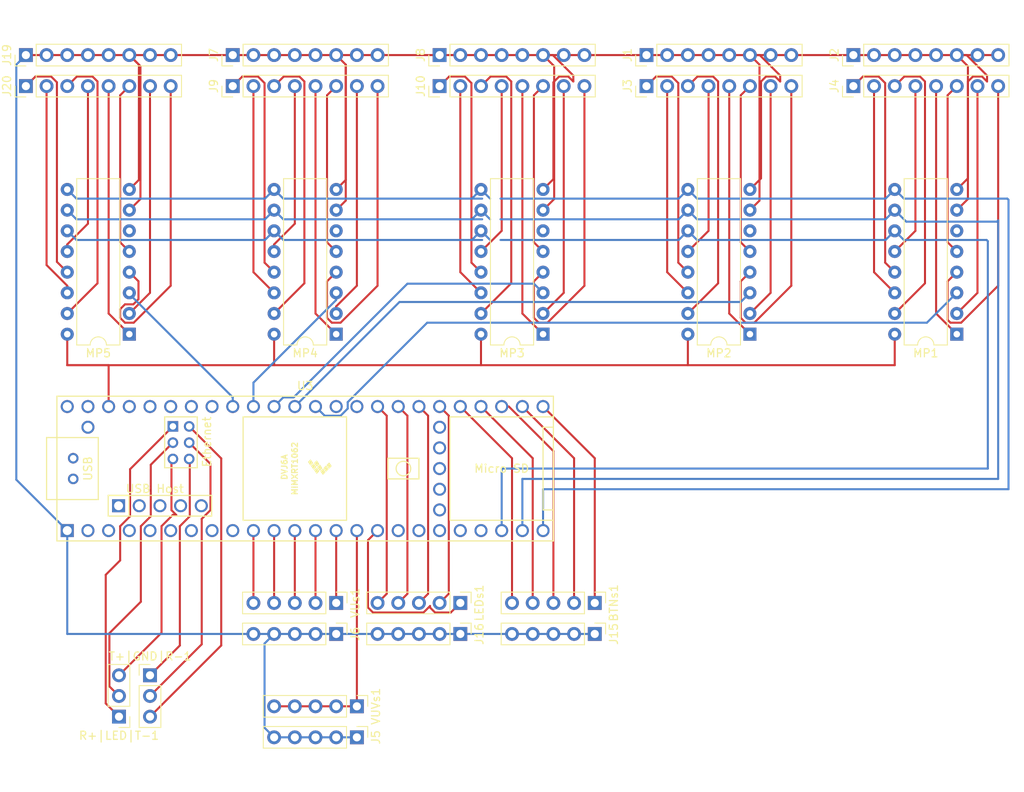
<source format=kicad_pcb>
(kicad_pcb (version 20171130) (host pcbnew 5.1.7)

  (general
    (thickness 1.6)
    (drawings 0)
    (tracks 358)
    (zones 0)
    (modules 26)
    (nets 113)
  )

  (page A4)
  (layers
    (0 F.Cu signal)
    (31 B.Cu signal)
    (32 B.Adhes user)
    (33 F.Adhes user)
    (34 B.Paste user)
    (35 F.Paste user)
    (36 B.SilkS user)
    (37 F.SilkS user)
    (38 B.Mask user)
    (39 F.Mask user)
    (40 Dwgs.User user)
    (41 Cmts.User user)
    (42 Eco1.User user)
    (43 Eco2.User user)
    (44 Edge.Cuts user)
    (45 Margin user)
    (46 B.CrtYd user)
    (47 F.CrtYd user)
    (48 B.Fab user)
    (49 F.Fab user)
  )

  (setup
    (last_trace_width 0.25)
    (trace_clearance 0.2)
    (zone_clearance 0.508)
    (zone_45_only no)
    (trace_min 0.2)
    (via_size 0.8)
    (via_drill 0.4)
    (via_min_size 0.4)
    (via_min_drill 0.3)
    (uvia_size 0.3)
    (uvia_drill 0.1)
    (uvias_allowed no)
    (uvia_min_size 0.2)
    (uvia_min_drill 0.1)
    (edge_width 0.05)
    (segment_width 0.2)
    (pcb_text_width 0.3)
    (pcb_text_size 1.5 1.5)
    (mod_edge_width 0.12)
    (mod_text_size 1 1)
    (mod_text_width 0.15)
    (pad_size 1.524 1.524)
    (pad_drill 0.762)
    (pad_to_mask_clearance 0)
    (aux_axis_origin 0 0)
    (visible_elements FFFFFF7F)
    (pcbplotparams
      (layerselection 0x010fc_ffffffff)
      (usegerberextensions false)
      (usegerberattributes true)
      (usegerberadvancedattributes true)
      (creategerberjobfile true)
      (excludeedgelayer true)
      (linewidth 0.100000)
      (plotframeref false)
      (viasonmask false)
      (mode 1)
      (useauxorigin false)
      (hpglpennumber 1)
      (hpglpenspeed 20)
      (hpglpendiameter 15.000000)
      (psnegative false)
      (psa4output false)
      (plotreference true)
      (plotvalue true)
      (plotinvisibletext false)
      (padsonsilk false)
      (subtractmaskfromsilk false)
      (outputformat 1)
      (mirror false)
      (drillshape 1)
      (scaleselection 1)
      (outputdirectory ""))
  )

  (net 0 "")
  (net 1 "Net-(J3-Pad5)")
  (net 2 "Net-(J3-Pad7)")
  (net 3 "Net-(J3-Pad8)")
  (net 4 "Net-(J3-Pad4)")
  (net 5 "Net-(J3-Pad6)")
  (net 6 "Net-(J3-Pad1)")
  (net 7 "Net-(J3-Pad2)")
  (net 8 "Net-(J1-Pad1)")
  (net 9 "Net-(J3-Pad3)")
  (net 10 "Net-(J4-Pad3)")
  (net 11 "Net-(J4-Pad2)")
  (net 12 "Net-(J4-Pad1)")
  (net 13 "Net-(J4-Pad6)")
  (net 14 "Net-(J4-Pad4)")
  (net 15 "Net-(J4-Pad8)")
  (net 16 "Net-(J4-Pad7)")
  (net 17 "Net-(J4-Pad5)")
  (net 18 "Net-(J9-Pad5)")
  (net 19 "Net-(J9-Pad7)")
  (net 20 "Net-(J9-Pad8)")
  (net 21 "Net-(J9-Pad4)")
  (net 22 "Net-(J9-Pad6)")
  (net 23 "Net-(J9-Pad1)")
  (net 24 "Net-(J9-Pad2)")
  (net 25 "Net-(J9-Pad3)")
  (net 26 "Net-(J10-Pad3)")
  (net 27 "Net-(J10-Pad2)")
  (net 28 "Net-(J10-Pad1)")
  (net 29 "Net-(J10-Pad6)")
  (net 30 "Net-(J10-Pad4)")
  (net 31 "Net-(J10-Pad8)")
  (net 32 "Net-(J10-Pad7)")
  (net 33 "Net-(J10-Pad5)")
  (net 34 "Net-(J20-Pad5)")
  (net 35 "Net-(J20-Pad7)")
  (net 36 "Net-(J20-Pad8)")
  (net 37 "Net-(J20-Pad4)")
  (net 38 "Net-(J20-Pad6)")
  (net 39 "Net-(J20-Pad1)")
  (net 40 "Net-(J20-Pad2)")
  (net 41 "Net-(J20-Pad3)")
  (net 42 "Net-(U3-Pad49)")
  (net 43 "Net-(U3-Pad59)")
  (net 44 "Net-(U3-Pad58)")
  (net 45 "Net-(U3-Pad57)")
  (net 46 "Net-(U3-Pad56)")
  (net 47 "Net-(U3-Pad55)")
  (net 48 "Net-(U3-Pad48)")
  (net 49 "Net-(U3-Pad47)")
  (net 50 "Net-(U3-Pad45)")
  (net 51 "Net-(U3-Pad44)")
  (net 52 "Net-(U3-Pad43)")
  (net 53 "Net-(U3-Pad42)")
  (net 54 "Net-(U3-Pad41)")
  (net 55 "Net-(U3-Pad35)")
  (net 56 "Net-(U3-Pad2)")
  (net 57 "Net-(U3-Pad3)")
  (net 58 "Net-(U3-Pad4)")
  (net 59 "Net-(U3-Pad5)")
  (net 60 "Net-(U3-Pad6)")
  (net 61 "Net-(U3-Pad7)")
  (net 62 "Net-(U3-Pad8)")
  (net 63 "Net-(U3-Pad9)")
  (net 64 "Net-(U3-Pad10)")
  (net 65 "Net-(U3-Pad34)")
  (net 66 "Net-(U3-Pad21)")
  (net 67 "Net-(U3-Pad20)")
  (net 68 "Net-(U3-Pad19)")
  (net 69 "Net-(U3-Pad18)")
  (net 70 "Net-(U3-Pad17)")
  (net 71 "Net-(U3-Pad50)")
  (net 72 "Net-(U3-Pad51)")
  (net 73 "Net-(U3-Pad52)")
  (net 74 "Net-(U3-Pad53)")
  (net 75 "Net-(U3-Pad54)")
  (net 76 "Net-(U3-Pad66)")
  (net 77 "Net-(U3-Pad67)")
  (net 78 "Net-(BTNs1-Pad5)")
  (net 79 "Net-(BTNs1-Pad4)")
  (net 80 "Net-(BTNs1-Pad3)")
  (net 81 "Net-(BTNs1-Pad2)")
  (net 82 "Net-(BTNs1-Pad1)")
  (net 83 "Net-(LEDs1-Pad1)")
  (net 84 "Net-(LEDs1-Pad2)")
  (net 85 "Net-(LEDs1-Pad3)")
  (net 86 "Net-(LEDs1-Pad4)")
  (net 87 "Net-(LEDs1-Pad5)")
  (net 88 "Net-(MP1-Pad16)")
  (net 89 "Net-(MP1-Pad6)")
  (net 90 "Net-(MP1-Pad11)")
  (net 91 "Net-(MP1-Pad3)")
  (net 92 "Net-(MP1-Pad10)")
  (net 93 "Net-(MP1-Pad9)")
  (net 94 "Net-(MP2-Pad3)")
  (net 95 "Net-(MP2-Pad6)")
  (net 96 "Net-(MP3-Pad6)")
  (net 97 "Net-(MP3-Pad3)")
  (net 98 "Net-(MP4-Pad3)")
  (net 99 "Net-(MP4-Pad6)")
  (net 100 "Net-(MP5-Pad3)")
  (net 101 "Net-(MP5-Pad6)")
  (net 102 "Net-(R+|LED|T-1-Pad1)")
  (net 103 "Net-(R+|LED|T-1-Pad2)")
  (net 104 "Net-(R+|LED|T-1-Pad3)")
  (net 105 "Net-(T+|GND|R-1-Pad3)")
  (net 106 "Net-(T+|GND|R-1-Pad2)")
  (net 107 "Net-(T+|GND|R-1-Pad1)")
  (net 108 "Net-(U3-Pad11)")
  (net 109 "Net-(U3-Pad12)")
  (net 110 "Net-(U3-Pad13)")
  (net 111 "Net-(U3-Pad14)")
  (net 112 "Net-(U3-Pad15)")

  (net_class Default "This is the default net class."
    (clearance 0.2)
    (trace_width 0.25)
    (via_dia 0.8)
    (via_drill 0.4)
    (uvia_dia 0.3)
    (uvia_drill 0.1)
    (add_net "Net-(BTNs1-Pad1)")
    (add_net "Net-(BTNs1-Pad2)")
    (add_net "Net-(BTNs1-Pad3)")
    (add_net "Net-(BTNs1-Pad4)")
    (add_net "Net-(BTNs1-Pad5)")
    (add_net "Net-(J1-Pad1)")
    (add_net "Net-(J10-Pad1)")
    (add_net "Net-(J10-Pad2)")
    (add_net "Net-(J10-Pad3)")
    (add_net "Net-(J10-Pad4)")
    (add_net "Net-(J10-Pad5)")
    (add_net "Net-(J10-Pad6)")
    (add_net "Net-(J10-Pad7)")
    (add_net "Net-(J10-Pad8)")
    (add_net "Net-(J20-Pad1)")
    (add_net "Net-(J20-Pad2)")
    (add_net "Net-(J20-Pad3)")
    (add_net "Net-(J20-Pad4)")
    (add_net "Net-(J20-Pad5)")
    (add_net "Net-(J20-Pad6)")
    (add_net "Net-(J20-Pad7)")
    (add_net "Net-(J20-Pad8)")
    (add_net "Net-(J3-Pad1)")
    (add_net "Net-(J3-Pad2)")
    (add_net "Net-(J3-Pad3)")
    (add_net "Net-(J3-Pad4)")
    (add_net "Net-(J3-Pad5)")
    (add_net "Net-(J3-Pad6)")
    (add_net "Net-(J3-Pad7)")
    (add_net "Net-(J3-Pad8)")
    (add_net "Net-(J4-Pad1)")
    (add_net "Net-(J4-Pad2)")
    (add_net "Net-(J4-Pad3)")
    (add_net "Net-(J4-Pad4)")
    (add_net "Net-(J4-Pad5)")
    (add_net "Net-(J4-Pad6)")
    (add_net "Net-(J4-Pad7)")
    (add_net "Net-(J4-Pad8)")
    (add_net "Net-(J9-Pad1)")
    (add_net "Net-(J9-Pad2)")
    (add_net "Net-(J9-Pad3)")
    (add_net "Net-(J9-Pad4)")
    (add_net "Net-(J9-Pad5)")
    (add_net "Net-(J9-Pad6)")
    (add_net "Net-(J9-Pad7)")
    (add_net "Net-(J9-Pad8)")
    (add_net "Net-(LEDs1-Pad1)")
    (add_net "Net-(LEDs1-Pad2)")
    (add_net "Net-(LEDs1-Pad3)")
    (add_net "Net-(LEDs1-Pad4)")
    (add_net "Net-(LEDs1-Pad5)")
    (add_net "Net-(MP1-Pad10)")
    (add_net "Net-(MP1-Pad11)")
    (add_net "Net-(MP1-Pad16)")
    (add_net "Net-(MP1-Pad3)")
    (add_net "Net-(MP1-Pad6)")
    (add_net "Net-(MP1-Pad9)")
    (add_net "Net-(MP2-Pad3)")
    (add_net "Net-(MP2-Pad6)")
    (add_net "Net-(MP3-Pad3)")
    (add_net "Net-(MP3-Pad6)")
    (add_net "Net-(MP4-Pad3)")
    (add_net "Net-(MP4-Pad6)")
    (add_net "Net-(MP5-Pad3)")
    (add_net "Net-(MP5-Pad6)")
    (add_net "Net-(R+|LED|T-1-Pad1)")
    (add_net "Net-(R+|LED|T-1-Pad2)")
    (add_net "Net-(R+|LED|T-1-Pad3)")
    (add_net "Net-(T+|GND|R-1-Pad1)")
    (add_net "Net-(T+|GND|R-1-Pad2)")
    (add_net "Net-(T+|GND|R-1-Pad3)")
    (add_net "Net-(U3-Pad10)")
    (add_net "Net-(U3-Pad11)")
    (add_net "Net-(U3-Pad12)")
    (add_net "Net-(U3-Pad13)")
    (add_net "Net-(U3-Pad14)")
    (add_net "Net-(U3-Pad15)")
    (add_net "Net-(U3-Pad17)")
    (add_net "Net-(U3-Pad18)")
    (add_net "Net-(U3-Pad19)")
    (add_net "Net-(U3-Pad2)")
    (add_net "Net-(U3-Pad20)")
    (add_net "Net-(U3-Pad21)")
    (add_net "Net-(U3-Pad3)")
    (add_net "Net-(U3-Pad34)")
    (add_net "Net-(U3-Pad35)")
    (add_net "Net-(U3-Pad4)")
    (add_net "Net-(U3-Pad41)")
    (add_net "Net-(U3-Pad42)")
    (add_net "Net-(U3-Pad43)")
    (add_net "Net-(U3-Pad44)")
    (add_net "Net-(U3-Pad45)")
    (add_net "Net-(U3-Pad47)")
    (add_net "Net-(U3-Pad48)")
    (add_net "Net-(U3-Pad49)")
    (add_net "Net-(U3-Pad5)")
    (add_net "Net-(U3-Pad50)")
    (add_net "Net-(U3-Pad51)")
    (add_net "Net-(U3-Pad52)")
    (add_net "Net-(U3-Pad53)")
    (add_net "Net-(U3-Pad54)")
    (add_net "Net-(U3-Pad55)")
    (add_net "Net-(U3-Pad56)")
    (add_net "Net-(U3-Pad57)")
    (add_net "Net-(U3-Pad58)")
    (add_net "Net-(U3-Pad59)")
    (add_net "Net-(U3-Pad6)")
    (add_net "Net-(U3-Pad66)")
    (add_net "Net-(U3-Pad67)")
    (add_net "Net-(U3-Pad7)")
    (add_net "Net-(U3-Pad8)")
    (add_net "Net-(U3-Pad9)")
  )

  (module Package_DIP:DIP-16_W7.62mm (layer F.Cu) (tedit 5A02E8C5) (tstamp 5F91B32E)
    (at 238.76 92.71 180)
    (descr "16-lead though-hole mounted DIP package, row spacing 7.62 mm (300 mils)")
    (tags "THT DIP DIL PDIP 2.54mm 7.62mm 300mil")
    (path /5F9223EF)
    (fp_text reference MP2 (at 3.81 -2.33) (layer F.SilkS)
      (effects (font (size 1 1) (thickness 0.15)))
    )
    (fp_text value 4051 (at 3.81 20.11) (layer F.Fab)
      (effects (font (size 1 1) (thickness 0.15)))
    )
    (fp_line (start 1.635 -1.27) (end 6.985 -1.27) (layer F.Fab) (width 0.1))
    (fp_line (start 6.985 -1.27) (end 6.985 19.05) (layer F.Fab) (width 0.1))
    (fp_line (start 6.985 19.05) (end 0.635 19.05) (layer F.Fab) (width 0.1))
    (fp_line (start 0.635 19.05) (end 0.635 -0.27) (layer F.Fab) (width 0.1))
    (fp_line (start 0.635 -0.27) (end 1.635 -1.27) (layer F.Fab) (width 0.1))
    (fp_line (start 2.81 -1.33) (end 1.16 -1.33) (layer F.SilkS) (width 0.12))
    (fp_line (start 1.16 -1.33) (end 1.16 19.11) (layer F.SilkS) (width 0.12))
    (fp_line (start 1.16 19.11) (end 6.46 19.11) (layer F.SilkS) (width 0.12))
    (fp_line (start 6.46 19.11) (end 6.46 -1.33) (layer F.SilkS) (width 0.12))
    (fp_line (start 6.46 -1.33) (end 4.81 -1.33) (layer F.SilkS) (width 0.12))
    (fp_line (start -1.1 -1.55) (end -1.1 19.3) (layer F.CrtYd) (width 0.05))
    (fp_line (start -1.1 19.3) (end 8.7 19.3) (layer F.CrtYd) (width 0.05))
    (fp_line (start 8.7 19.3) (end 8.7 -1.55) (layer F.CrtYd) (width 0.05))
    (fp_line (start 8.7 -1.55) (end -1.1 -1.55) (layer F.CrtYd) (width 0.05))
    (fp_arc (start 3.81 -1.33) (end 2.81 -1.33) (angle -180) (layer F.SilkS) (width 0.12))
    (fp_text user %R (at 3.81 8.89) (layer F.Fab)
      (effects (font (size 1 1) (thickness 0.15)))
    )
    (pad 1 thru_hole rect (at 0 0 180) (size 1.6 1.6) (drill 0.8) (layers *.Cu *.Mask)
      (net 1 "Net-(J3-Pad5)"))
    (pad 9 thru_hole oval (at 7.62 17.78 180) (size 1.6 1.6) (drill 0.8) (layers *.Cu *.Mask)
      (net 93 "Net-(MP1-Pad9)"))
    (pad 2 thru_hole oval (at 0 2.54 180) (size 1.6 1.6) (drill 0.8) (layers *.Cu *.Mask)
      (net 2 "Net-(J3-Pad7)"))
    (pad 10 thru_hole oval (at 7.62 15.24 180) (size 1.6 1.6) (drill 0.8) (layers *.Cu *.Mask)
      (net 92 "Net-(MP1-Pad10)"))
    (pad 3 thru_hole oval (at 0 5.08 180) (size 1.6 1.6) (drill 0.8) (layers *.Cu *.Mask)
      (net 94 "Net-(MP2-Pad3)"))
    (pad 11 thru_hole oval (at 7.62 12.7 180) (size 1.6 1.6) (drill 0.8) (layers *.Cu *.Mask)
      (net 90 "Net-(MP1-Pad11)"))
    (pad 4 thru_hole oval (at 0 7.62 180) (size 1.6 1.6) (drill 0.8) (layers *.Cu *.Mask)
      (net 3 "Net-(J3-Pad8)"))
    (pad 12 thru_hole oval (at 7.62 10.16 180) (size 1.6 1.6) (drill 0.8) (layers *.Cu *.Mask)
      (net 4 "Net-(J3-Pad4)"))
    (pad 5 thru_hole oval (at 0 10.16 180) (size 1.6 1.6) (drill 0.8) (layers *.Cu *.Mask)
      (net 5 "Net-(J3-Pad6)"))
    (pad 13 thru_hole oval (at 7.62 7.62 180) (size 1.6 1.6) (drill 0.8) (layers *.Cu *.Mask)
      (net 6 "Net-(J3-Pad1)"))
    (pad 6 thru_hole oval (at 0 12.7 180) (size 1.6 1.6) (drill 0.8) (layers *.Cu *.Mask)
      (net 95 "Net-(MP2-Pad6)"))
    (pad 14 thru_hole oval (at 7.62 5.08 180) (size 1.6 1.6) (drill 0.8) (layers *.Cu *.Mask)
      (net 7 "Net-(J3-Pad2)"))
    (pad 7 thru_hole oval (at 0 15.24 180) (size 1.6 1.6) (drill 0.8) (layers *.Cu *.Mask)
      (net 8 "Net-(J1-Pad1)"))
    (pad 15 thru_hole oval (at 7.62 2.54 180) (size 1.6 1.6) (drill 0.8) (layers *.Cu *.Mask)
      (net 9 "Net-(J3-Pad3)"))
    (pad 8 thru_hole oval (at 0 17.78 180) (size 1.6 1.6) (drill 0.8) (layers *.Cu *.Mask)
      (net 8 "Net-(J1-Pad1)"))
    (pad 16 thru_hole oval (at 7.62 0 180) (size 1.6 1.6) (drill 0.8) (layers *.Cu *.Mask)
      (net 88 "Net-(MP1-Pad16)"))
    (model ${KISYS3DMOD}/Package_DIP.3dshapes/DIP-16_W7.62mm.wrl
      (at (xyz 0 0 0))
      (scale (xyz 1 1 1))
      (rotate (xyz 0 0 0))
    )
  )

  (module Package_DIP:DIP-16_W7.62mm (layer F.Cu) (tedit 5A02E8C5) (tstamp 5F91B352)
    (at 264.16 92.71 180)
    (descr "16-lead though-hole mounted DIP package, row spacing 7.62 mm (300 mils)")
    (tags "THT DIP DIL PDIP 2.54mm 7.62mm 300mil")
    (path /5F91F618)
    (fp_text reference MP1 (at 3.81 -2.33) (layer F.SilkS)
      (effects (font (size 1 1) (thickness 0.15)))
    )
    (fp_text value 4051 (at 3.81 20.11) (layer F.Fab)
      (effects (font (size 1 1) (thickness 0.15)))
    )
    (fp_line (start 8.7 -1.55) (end -1.1 -1.55) (layer F.CrtYd) (width 0.05))
    (fp_line (start 8.7 19.3) (end 8.7 -1.55) (layer F.CrtYd) (width 0.05))
    (fp_line (start -1.1 19.3) (end 8.7 19.3) (layer F.CrtYd) (width 0.05))
    (fp_line (start -1.1 -1.55) (end -1.1 19.3) (layer F.CrtYd) (width 0.05))
    (fp_line (start 6.46 -1.33) (end 4.81 -1.33) (layer F.SilkS) (width 0.12))
    (fp_line (start 6.46 19.11) (end 6.46 -1.33) (layer F.SilkS) (width 0.12))
    (fp_line (start 1.16 19.11) (end 6.46 19.11) (layer F.SilkS) (width 0.12))
    (fp_line (start 1.16 -1.33) (end 1.16 19.11) (layer F.SilkS) (width 0.12))
    (fp_line (start 2.81 -1.33) (end 1.16 -1.33) (layer F.SilkS) (width 0.12))
    (fp_line (start 0.635 -0.27) (end 1.635 -1.27) (layer F.Fab) (width 0.1))
    (fp_line (start 0.635 19.05) (end 0.635 -0.27) (layer F.Fab) (width 0.1))
    (fp_line (start 6.985 19.05) (end 0.635 19.05) (layer F.Fab) (width 0.1))
    (fp_line (start 6.985 -1.27) (end 6.985 19.05) (layer F.Fab) (width 0.1))
    (fp_line (start 1.635 -1.27) (end 6.985 -1.27) (layer F.Fab) (width 0.1))
    (fp_text user %R (at 3.81 8.89) (layer F.Fab)
      (effects (font (size 1 1) (thickness 0.15)))
    )
    (fp_arc (start 3.81 -1.33) (end 2.81 -1.33) (angle -180) (layer F.SilkS) (width 0.12))
    (pad 16 thru_hole oval (at 7.62 0 180) (size 1.6 1.6) (drill 0.8) (layers *.Cu *.Mask)
      (net 88 "Net-(MP1-Pad16)"))
    (pad 8 thru_hole oval (at 0 17.78 180) (size 1.6 1.6) (drill 0.8) (layers *.Cu *.Mask)
      (net 8 "Net-(J1-Pad1)"))
    (pad 15 thru_hole oval (at 7.62 2.54 180) (size 1.6 1.6) (drill 0.8) (layers *.Cu *.Mask)
      (net 10 "Net-(J4-Pad3)"))
    (pad 7 thru_hole oval (at 0 15.24 180) (size 1.6 1.6) (drill 0.8) (layers *.Cu *.Mask)
      (net 8 "Net-(J1-Pad1)"))
    (pad 14 thru_hole oval (at 7.62 5.08 180) (size 1.6 1.6) (drill 0.8) (layers *.Cu *.Mask)
      (net 11 "Net-(J4-Pad2)"))
    (pad 6 thru_hole oval (at 0 12.7 180) (size 1.6 1.6) (drill 0.8) (layers *.Cu *.Mask)
      (net 89 "Net-(MP1-Pad6)"))
    (pad 13 thru_hole oval (at 7.62 7.62 180) (size 1.6 1.6) (drill 0.8) (layers *.Cu *.Mask)
      (net 12 "Net-(J4-Pad1)"))
    (pad 5 thru_hole oval (at 0 10.16 180) (size 1.6 1.6) (drill 0.8) (layers *.Cu *.Mask)
      (net 13 "Net-(J4-Pad6)"))
    (pad 12 thru_hole oval (at 7.62 10.16 180) (size 1.6 1.6) (drill 0.8) (layers *.Cu *.Mask)
      (net 14 "Net-(J4-Pad4)"))
    (pad 4 thru_hole oval (at 0 7.62 180) (size 1.6 1.6) (drill 0.8) (layers *.Cu *.Mask)
      (net 15 "Net-(J4-Pad8)"))
    (pad 11 thru_hole oval (at 7.62 12.7 180) (size 1.6 1.6) (drill 0.8) (layers *.Cu *.Mask)
      (net 90 "Net-(MP1-Pad11)"))
    (pad 3 thru_hole oval (at 0 5.08 180) (size 1.6 1.6) (drill 0.8) (layers *.Cu *.Mask)
      (net 91 "Net-(MP1-Pad3)"))
    (pad 10 thru_hole oval (at 7.62 15.24 180) (size 1.6 1.6) (drill 0.8) (layers *.Cu *.Mask)
      (net 92 "Net-(MP1-Pad10)"))
    (pad 2 thru_hole oval (at 0 2.54 180) (size 1.6 1.6) (drill 0.8) (layers *.Cu *.Mask)
      (net 16 "Net-(J4-Pad7)"))
    (pad 9 thru_hole oval (at 7.62 17.78 180) (size 1.6 1.6) (drill 0.8) (layers *.Cu *.Mask)
      (net 93 "Net-(MP1-Pad9)"))
    (pad 1 thru_hole rect (at 0 0 180) (size 1.6 1.6) (drill 0.8) (layers *.Cu *.Mask)
      (net 17 "Net-(J4-Pad5)"))
    (model ${KISYS3DMOD}/Package_DIP.3dshapes/DIP-16_W7.62mm.wrl
      (at (xyz 0 0 0))
      (scale (xyz 1 1 1))
      (rotate (xyz 0 0 0))
    )
  )

  (module Package_DIP:DIP-16_W7.62mm (layer F.Cu) (tedit 5A02E8C5) (tstamp 5F91B376)
    (at 187.96 92.71 180)
    (descr "16-lead though-hole mounted DIP package, row spacing 7.62 mm (300 mils)")
    (tags "THT DIP DIL PDIP 2.54mm 7.62mm 300mil")
    (path /5F929159)
    (fp_text reference MP4 (at 3.81 -2.33) (layer F.SilkS)
      (effects (font (size 1 1) (thickness 0.15)))
    )
    (fp_text value 4051 (at 3.81 20.11) (layer F.Fab)
      (effects (font (size 1 1) (thickness 0.15)))
    )
    (fp_line (start 1.635 -1.27) (end 6.985 -1.27) (layer F.Fab) (width 0.1))
    (fp_line (start 6.985 -1.27) (end 6.985 19.05) (layer F.Fab) (width 0.1))
    (fp_line (start 6.985 19.05) (end 0.635 19.05) (layer F.Fab) (width 0.1))
    (fp_line (start 0.635 19.05) (end 0.635 -0.27) (layer F.Fab) (width 0.1))
    (fp_line (start 0.635 -0.27) (end 1.635 -1.27) (layer F.Fab) (width 0.1))
    (fp_line (start 2.81 -1.33) (end 1.16 -1.33) (layer F.SilkS) (width 0.12))
    (fp_line (start 1.16 -1.33) (end 1.16 19.11) (layer F.SilkS) (width 0.12))
    (fp_line (start 1.16 19.11) (end 6.46 19.11) (layer F.SilkS) (width 0.12))
    (fp_line (start 6.46 19.11) (end 6.46 -1.33) (layer F.SilkS) (width 0.12))
    (fp_line (start 6.46 -1.33) (end 4.81 -1.33) (layer F.SilkS) (width 0.12))
    (fp_line (start -1.1 -1.55) (end -1.1 19.3) (layer F.CrtYd) (width 0.05))
    (fp_line (start -1.1 19.3) (end 8.7 19.3) (layer F.CrtYd) (width 0.05))
    (fp_line (start 8.7 19.3) (end 8.7 -1.55) (layer F.CrtYd) (width 0.05))
    (fp_line (start 8.7 -1.55) (end -1.1 -1.55) (layer F.CrtYd) (width 0.05))
    (fp_arc (start 3.81 -1.33) (end 2.81 -1.33) (angle -180) (layer F.SilkS) (width 0.12))
    (fp_text user %R (at 3.81 8.89) (layer F.Fab)
      (effects (font (size 1 1) (thickness 0.15)))
    )
    (pad 1 thru_hole rect (at 0 0 180) (size 1.6 1.6) (drill 0.8) (layers *.Cu *.Mask)
      (net 18 "Net-(J9-Pad5)"))
    (pad 9 thru_hole oval (at 7.62 17.78 180) (size 1.6 1.6) (drill 0.8) (layers *.Cu *.Mask)
      (net 93 "Net-(MP1-Pad9)"))
    (pad 2 thru_hole oval (at 0 2.54 180) (size 1.6 1.6) (drill 0.8) (layers *.Cu *.Mask)
      (net 19 "Net-(J9-Pad7)"))
    (pad 10 thru_hole oval (at 7.62 15.24 180) (size 1.6 1.6) (drill 0.8) (layers *.Cu *.Mask)
      (net 92 "Net-(MP1-Pad10)"))
    (pad 3 thru_hole oval (at 0 5.08 180) (size 1.6 1.6) (drill 0.8) (layers *.Cu *.Mask)
      (net 98 "Net-(MP4-Pad3)"))
    (pad 11 thru_hole oval (at 7.62 12.7 180) (size 1.6 1.6) (drill 0.8) (layers *.Cu *.Mask)
      (net 90 "Net-(MP1-Pad11)"))
    (pad 4 thru_hole oval (at 0 7.62 180) (size 1.6 1.6) (drill 0.8) (layers *.Cu *.Mask)
      (net 20 "Net-(J9-Pad8)"))
    (pad 12 thru_hole oval (at 7.62 10.16 180) (size 1.6 1.6) (drill 0.8) (layers *.Cu *.Mask)
      (net 21 "Net-(J9-Pad4)"))
    (pad 5 thru_hole oval (at 0 10.16 180) (size 1.6 1.6) (drill 0.8) (layers *.Cu *.Mask)
      (net 22 "Net-(J9-Pad6)"))
    (pad 13 thru_hole oval (at 7.62 7.62 180) (size 1.6 1.6) (drill 0.8) (layers *.Cu *.Mask)
      (net 23 "Net-(J9-Pad1)"))
    (pad 6 thru_hole oval (at 0 12.7 180) (size 1.6 1.6) (drill 0.8) (layers *.Cu *.Mask)
      (net 99 "Net-(MP4-Pad6)"))
    (pad 14 thru_hole oval (at 7.62 5.08 180) (size 1.6 1.6) (drill 0.8) (layers *.Cu *.Mask)
      (net 24 "Net-(J9-Pad2)"))
    (pad 7 thru_hole oval (at 0 15.24 180) (size 1.6 1.6) (drill 0.8) (layers *.Cu *.Mask)
      (net 8 "Net-(J1-Pad1)"))
    (pad 15 thru_hole oval (at 7.62 2.54 180) (size 1.6 1.6) (drill 0.8) (layers *.Cu *.Mask)
      (net 25 "Net-(J9-Pad3)"))
    (pad 8 thru_hole oval (at 0 17.78 180) (size 1.6 1.6) (drill 0.8) (layers *.Cu *.Mask)
      (net 8 "Net-(J1-Pad1)"))
    (pad 16 thru_hole oval (at 7.62 0 180) (size 1.6 1.6) (drill 0.8) (layers *.Cu *.Mask)
      (net 88 "Net-(MP1-Pad16)"))
    (model ${KISYS3DMOD}/Package_DIP.3dshapes/DIP-16_W7.62mm.wrl
      (at (xyz 0 0 0))
      (scale (xyz 1 1 1))
      (rotate (xyz 0 0 0))
    )
  )

  (module Package_DIP:DIP-16_W7.62mm (layer F.Cu) (tedit 5A02E8C5) (tstamp 5F91B39A)
    (at 213.36 92.71 180)
    (descr "16-lead though-hole mounted DIP package, row spacing 7.62 mm (300 mils)")
    (tags "THT DIP DIL PDIP 2.54mm 7.62mm 300mil")
    (path /5F929153)
    (fp_text reference MP3 (at 3.81 -2.33) (layer F.SilkS)
      (effects (font (size 1 1) (thickness 0.15)))
    )
    (fp_text value 4051 (at 3.81 20.11) (layer F.Fab)
      (effects (font (size 1 1) (thickness 0.15)))
    )
    (fp_line (start 8.7 -1.55) (end -1.1 -1.55) (layer F.CrtYd) (width 0.05))
    (fp_line (start 8.7 19.3) (end 8.7 -1.55) (layer F.CrtYd) (width 0.05))
    (fp_line (start -1.1 19.3) (end 8.7 19.3) (layer F.CrtYd) (width 0.05))
    (fp_line (start -1.1 -1.55) (end -1.1 19.3) (layer F.CrtYd) (width 0.05))
    (fp_line (start 6.46 -1.33) (end 4.81 -1.33) (layer F.SilkS) (width 0.12))
    (fp_line (start 6.46 19.11) (end 6.46 -1.33) (layer F.SilkS) (width 0.12))
    (fp_line (start 1.16 19.11) (end 6.46 19.11) (layer F.SilkS) (width 0.12))
    (fp_line (start 1.16 -1.33) (end 1.16 19.11) (layer F.SilkS) (width 0.12))
    (fp_line (start 2.81 -1.33) (end 1.16 -1.33) (layer F.SilkS) (width 0.12))
    (fp_line (start 0.635 -0.27) (end 1.635 -1.27) (layer F.Fab) (width 0.1))
    (fp_line (start 0.635 19.05) (end 0.635 -0.27) (layer F.Fab) (width 0.1))
    (fp_line (start 6.985 19.05) (end 0.635 19.05) (layer F.Fab) (width 0.1))
    (fp_line (start 6.985 -1.27) (end 6.985 19.05) (layer F.Fab) (width 0.1))
    (fp_line (start 1.635 -1.27) (end 6.985 -1.27) (layer F.Fab) (width 0.1))
    (fp_text user %R (at 3.81 8.89) (layer F.Fab)
      (effects (font (size 1 1) (thickness 0.15)))
    )
    (fp_arc (start 3.81 -1.33) (end 2.81 -1.33) (angle -180) (layer F.SilkS) (width 0.12))
    (pad 16 thru_hole oval (at 7.62 0 180) (size 1.6 1.6) (drill 0.8) (layers *.Cu *.Mask)
      (net 88 "Net-(MP1-Pad16)"))
    (pad 8 thru_hole oval (at 0 17.78 180) (size 1.6 1.6) (drill 0.8) (layers *.Cu *.Mask)
      (net 8 "Net-(J1-Pad1)"))
    (pad 15 thru_hole oval (at 7.62 2.54 180) (size 1.6 1.6) (drill 0.8) (layers *.Cu *.Mask)
      (net 26 "Net-(J10-Pad3)"))
    (pad 7 thru_hole oval (at 0 15.24 180) (size 1.6 1.6) (drill 0.8) (layers *.Cu *.Mask)
      (net 8 "Net-(J1-Pad1)"))
    (pad 14 thru_hole oval (at 7.62 5.08 180) (size 1.6 1.6) (drill 0.8) (layers *.Cu *.Mask)
      (net 27 "Net-(J10-Pad2)"))
    (pad 6 thru_hole oval (at 0 12.7 180) (size 1.6 1.6) (drill 0.8) (layers *.Cu *.Mask)
      (net 96 "Net-(MP3-Pad6)"))
    (pad 13 thru_hole oval (at 7.62 7.62 180) (size 1.6 1.6) (drill 0.8) (layers *.Cu *.Mask)
      (net 28 "Net-(J10-Pad1)"))
    (pad 5 thru_hole oval (at 0 10.16 180) (size 1.6 1.6) (drill 0.8) (layers *.Cu *.Mask)
      (net 29 "Net-(J10-Pad6)"))
    (pad 12 thru_hole oval (at 7.62 10.16 180) (size 1.6 1.6) (drill 0.8) (layers *.Cu *.Mask)
      (net 30 "Net-(J10-Pad4)"))
    (pad 4 thru_hole oval (at 0 7.62 180) (size 1.6 1.6) (drill 0.8) (layers *.Cu *.Mask)
      (net 31 "Net-(J10-Pad8)"))
    (pad 11 thru_hole oval (at 7.62 12.7 180) (size 1.6 1.6) (drill 0.8) (layers *.Cu *.Mask)
      (net 90 "Net-(MP1-Pad11)"))
    (pad 3 thru_hole oval (at 0 5.08 180) (size 1.6 1.6) (drill 0.8) (layers *.Cu *.Mask)
      (net 97 "Net-(MP3-Pad3)"))
    (pad 10 thru_hole oval (at 7.62 15.24 180) (size 1.6 1.6) (drill 0.8) (layers *.Cu *.Mask)
      (net 92 "Net-(MP1-Pad10)"))
    (pad 2 thru_hole oval (at 0 2.54 180) (size 1.6 1.6) (drill 0.8) (layers *.Cu *.Mask)
      (net 32 "Net-(J10-Pad7)"))
    (pad 9 thru_hole oval (at 7.62 17.78 180) (size 1.6 1.6) (drill 0.8) (layers *.Cu *.Mask)
      (net 93 "Net-(MP1-Pad9)"))
    (pad 1 thru_hole rect (at 0 0 180) (size 1.6 1.6) (drill 0.8) (layers *.Cu *.Mask)
      (net 33 "Net-(J10-Pad5)"))
    (model ${KISYS3DMOD}/Package_DIP.3dshapes/DIP-16_W7.62mm.wrl
      (at (xyz 0 0 0))
      (scale (xyz 1 1 1))
      (rotate (xyz 0 0 0))
    )
  )

  (module Package_DIP:DIP-16_W7.62mm (layer F.Cu) (tedit 5A02E8C5) (tstamp 5F91B3BE)
    (at 162.56 92.71 180)
    (descr "16-lead though-hole mounted DIP package, row spacing 7.62 mm (300 mils)")
    (tags "THT DIP DIL PDIP 2.54mm 7.62mm 300mil")
    (path /5F92BDB9)
    (fp_text reference MP5 (at 3.81 -2.33) (layer F.SilkS)
      (effects (font (size 1 1) (thickness 0.15)))
    )
    (fp_text value 4051 (at 3.81 20.11) (layer F.Fab)
      (effects (font (size 1 1) (thickness 0.15)))
    )
    (fp_line (start 1.635 -1.27) (end 6.985 -1.27) (layer F.Fab) (width 0.1))
    (fp_line (start 6.985 -1.27) (end 6.985 19.05) (layer F.Fab) (width 0.1))
    (fp_line (start 6.985 19.05) (end 0.635 19.05) (layer F.Fab) (width 0.1))
    (fp_line (start 0.635 19.05) (end 0.635 -0.27) (layer F.Fab) (width 0.1))
    (fp_line (start 0.635 -0.27) (end 1.635 -1.27) (layer F.Fab) (width 0.1))
    (fp_line (start 2.81 -1.33) (end 1.16 -1.33) (layer F.SilkS) (width 0.12))
    (fp_line (start 1.16 -1.33) (end 1.16 19.11) (layer F.SilkS) (width 0.12))
    (fp_line (start 1.16 19.11) (end 6.46 19.11) (layer F.SilkS) (width 0.12))
    (fp_line (start 6.46 19.11) (end 6.46 -1.33) (layer F.SilkS) (width 0.12))
    (fp_line (start 6.46 -1.33) (end 4.81 -1.33) (layer F.SilkS) (width 0.12))
    (fp_line (start -1.1 -1.55) (end -1.1 19.3) (layer F.CrtYd) (width 0.05))
    (fp_line (start -1.1 19.3) (end 8.7 19.3) (layer F.CrtYd) (width 0.05))
    (fp_line (start 8.7 19.3) (end 8.7 -1.55) (layer F.CrtYd) (width 0.05))
    (fp_line (start 8.7 -1.55) (end -1.1 -1.55) (layer F.CrtYd) (width 0.05))
    (fp_arc (start 3.81 -1.33) (end 2.81 -1.33) (angle -180) (layer F.SilkS) (width 0.12))
    (fp_text user %R (at 3.81 8.89) (layer F.Fab)
      (effects (font (size 1 1) (thickness 0.15)))
    )
    (pad 1 thru_hole rect (at 0 0 180) (size 1.6 1.6) (drill 0.8) (layers *.Cu *.Mask)
      (net 34 "Net-(J20-Pad5)"))
    (pad 9 thru_hole oval (at 7.62 17.78 180) (size 1.6 1.6) (drill 0.8) (layers *.Cu *.Mask)
      (net 93 "Net-(MP1-Pad9)"))
    (pad 2 thru_hole oval (at 0 2.54 180) (size 1.6 1.6) (drill 0.8) (layers *.Cu *.Mask)
      (net 35 "Net-(J20-Pad7)"))
    (pad 10 thru_hole oval (at 7.62 15.24 180) (size 1.6 1.6) (drill 0.8) (layers *.Cu *.Mask)
      (net 92 "Net-(MP1-Pad10)"))
    (pad 3 thru_hole oval (at 0 5.08 180) (size 1.6 1.6) (drill 0.8) (layers *.Cu *.Mask)
      (net 100 "Net-(MP5-Pad3)"))
    (pad 11 thru_hole oval (at 7.62 12.7 180) (size 1.6 1.6) (drill 0.8) (layers *.Cu *.Mask)
      (net 90 "Net-(MP1-Pad11)"))
    (pad 4 thru_hole oval (at 0 7.62 180) (size 1.6 1.6) (drill 0.8) (layers *.Cu *.Mask)
      (net 36 "Net-(J20-Pad8)"))
    (pad 12 thru_hole oval (at 7.62 10.16 180) (size 1.6 1.6) (drill 0.8) (layers *.Cu *.Mask)
      (net 37 "Net-(J20-Pad4)"))
    (pad 5 thru_hole oval (at 0 10.16 180) (size 1.6 1.6) (drill 0.8) (layers *.Cu *.Mask)
      (net 38 "Net-(J20-Pad6)"))
    (pad 13 thru_hole oval (at 7.62 7.62 180) (size 1.6 1.6) (drill 0.8) (layers *.Cu *.Mask)
      (net 39 "Net-(J20-Pad1)"))
    (pad 6 thru_hole oval (at 0 12.7 180) (size 1.6 1.6) (drill 0.8) (layers *.Cu *.Mask)
      (net 101 "Net-(MP5-Pad6)"))
    (pad 14 thru_hole oval (at 7.62 5.08 180) (size 1.6 1.6) (drill 0.8) (layers *.Cu *.Mask)
      (net 40 "Net-(J20-Pad2)"))
    (pad 7 thru_hole oval (at 0 15.24 180) (size 1.6 1.6) (drill 0.8) (layers *.Cu *.Mask)
      (net 8 "Net-(J1-Pad1)"))
    (pad 15 thru_hole oval (at 7.62 2.54 180) (size 1.6 1.6) (drill 0.8) (layers *.Cu *.Mask)
      (net 41 "Net-(J20-Pad3)"))
    (pad 8 thru_hole oval (at 0 17.78 180) (size 1.6 1.6) (drill 0.8) (layers *.Cu *.Mask)
      (net 8 "Net-(J1-Pad1)"))
    (pad 16 thru_hole oval (at 7.62 0 180) (size 1.6 1.6) (drill 0.8) (layers *.Cu *.Mask)
      (net 88 "Net-(MP1-Pad16)"))
    (model ${KISYS3DMOD}/Package_DIP.3dshapes/DIP-16_W7.62mm.wrl
      (at (xyz 0 0 0))
      (scale (xyz 1 1 1))
      (rotate (xyz 0 0 0))
    )
  )

  (module Teensy:Teensy41 (layer F.Cu) (tedit 5ED43644) (tstamp 5F91B7E1)
    (at 184.15 109.22)
    (path /5F9167EF)
    (fp_text reference U3 (at 0 -10.16) (layer F.SilkS)
      (effects (font (size 1 1) (thickness 0.15)))
    )
    (fp_text value Teensy4.1 (at 0 10.16) (layer F.Fab)
      (effects (font (size 1 1) (thickness 0.15)))
    )
    (fp_poly (pts (xy 3.197 -0.307) (xy 2.943 -0.053) (xy 2.689 -0.434) (xy 2.943 -0.688)) (layer F.SilkS) (width 0.1))
    (fp_poly (pts (xy 2.816 0.074) (xy 2.562 0.328) (xy 2.308 -0.053) (xy 2.562 -0.307)) (layer F.SilkS) (width 0.1))
    (fp_poly (pts (xy 0.911 -0.688) (xy 0.657 -0.434) (xy 0.403 -0.815) (xy 0.657 -1.069)) (layer F.SilkS) (width 0.1))
    (fp_poly (pts (xy 1.292 -0.18) (xy 1.038 0.074) (xy 0.784 -0.307) (xy 1.038 -0.561)) (layer F.SilkS) (width 0.1))
    (fp_poly (pts (xy 1.673 0.328) (xy 1.419 0.582) (xy 1.165 0.201) (xy 1.419 -0.053)) (layer F.SilkS) (width 0.1))
    (fp_poly (pts (xy 1.673 -0.561) (xy 1.419 -0.307) (xy 1.165 -0.688) (xy 1.419 -0.942)) (layer F.SilkS) (width 0.1))
    (fp_poly (pts (xy 2.054 -0.053) (xy 1.8 0.201) (xy 1.546 -0.18) (xy 1.8 -0.434)) (layer F.SilkS) (width 0.1))
    (fp_poly (pts (xy 2.435 0.455) (xy 2.181 0.709) (xy 1.927 0.328) (xy 2.181 0.074)) (layer F.SilkS) (width 0.1))
    (fp_line (start -30.48 8.89) (end -30.48 -8.89) (layer F.SilkS) (width 0.15))
    (fp_line (start 30.48 8.89) (end -30.48 8.89) (layer F.SilkS) (width 0.15))
    (fp_line (start 30.48 -8.89) (end 30.48 8.89) (layer F.SilkS) (width 0.15))
    (fp_line (start -30.48 -8.89) (end 30.48 -8.89) (layer F.SilkS) (width 0.15))
    (fp_line (start -25.4 3.81) (end -30.48 3.81) (layer F.SilkS) (width 0.15))
    (fp_line (start -25.4 -3.81) (end -30.48 -3.81) (layer F.SilkS) (width 0.15))
    (fp_line (start -25.4 3.81) (end -25.4 -3.81) (layer F.SilkS) (width 0.15))
    (fp_line (start -31.75 -3.81) (end -30.48 -3.81) (layer F.SilkS) (width 0.15))
    (fp_line (start -31.75 3.81) (end -31.75 -3.81) (layer F.SilkS) (width 0.15))
    (fp_line (start -30.48 3.81) (end -31.75 3.81) (layer F.SilkS) (width 0.15))
    (fp_line (start 30.48 -6.35) (end 17.78 -6.35) (layer F.SilkS) (width 0.15))
    (fp_line (start 17.78 -6.35) (end 17.78 6.35) (layer F.SilkS) (width 0.15))
    (fp_line (start 17.78 6.35) (end 30.48 6.35) (layer F.SilkS) (width 0.15))
    (fp_line (start 30.48 -5.08) (end 29.21 -5.08) (layer F.SilkS) (width 0.15))
    (fp_line (start 29.21 -5.08) (end 29.21 5.08) (layer F.SilkS) (width 0.15))
    (fp_line (start 29.21 5.08) (end 30.48 5.08) (layer F.SilkS) (width 0.15))
    (fp_line (start 13.97 -1.27) (end 13.97 1.27) (layer F.SilkS) (width 0.15))
    (fp_line (start 13.97 1.27) (end 10.16 1.27) (layer F.SilkS) (width 0.15))
    (fp_line (start 10.16 1.27) (end 10.16 -1.27) (layer F.SilkS) (width 0.15))
    (fp_line (start 10.16 -1.27) (end 13.97 -1.27) (layer F.SilkS) (width 0.15))
    (fp_line (start -24.1808 3.2992) (end -11.4808 3.2992) (layer F.SilkS) (width 0.15))
    (fp_line (start -11.4808 3.2992) (end -11.4808 5.8392) (layer F.SilkS) (width 0.15))
    (fp_line (start -11.4808 5.8392) (end -24.1808 5.8392) (layer F.SilkS) (width 0.15))
    (fp_line (start -24.1808 5.8392) (end -24.1808 3.2992) (layer F.SilkS) (width 0.15))
    (fp_line (start -24.1808 3.2992) (end -21.6408 3.2992) (layer F.SilkS) (width 0.15))
    (fp_line (start -21.6408 3.2992) (end -21.6408 5.8392) (layer F.SilkS) (width 0.15))
    (fp_line (start -17.25 -6.1016) (end -17.25 -0.1016) (layer F.SilkS) (width 0.15))
    (fp_line (start -17.25 -0.1016) (end -13.25 -0.1016) (layer F.SilkS) (width 0.15))
    (fp_line (start -13.25 -0.1016) (end -13.25 -6.3516) (layer F.SilkS) (width 0.15))
    (fp_line (start -13.25 -6.3516) (end -17.25 -6.3516) (layer F.SilkS) (width 0.15))
    (fp_line (start -17.25 -6.3516) (end -17.25 -6.1016) (layer F.SilkS) (width 0.15))
    (fp_line (start -7.62 6.35) (end 5.08 6.35) (layer F.SilkS) (width 0.15))
    (fp_line (start 5.08 6.35) (end 5.08 -6.35) (layer F.SilkS) (width 0.15))
    (fp_line (start 5.08 -6.35) (end -7.62 -6.35) (layer F.SilkS) (width 0.15))
    (fp_line (start -7.62 -6.35) (end -7.62 6.35) (layer F.SilkS) (width 0.15))
    (fp_circle (center 12.065 0) (end 12.7 -0.635) (layer F.SilkS) (width 0.15))
    (fp_text user DVJ6A (at -2.54 -0.18 -90) (layer F.SilkS)
      (effects (font (size 0.7 0.7) (thickness 0.15)))
    )
    (fp_text user MIMXRT1062 (at -1.27 0 -90) (layer F.SilkS)
      (effects (font (size 0.7 0.7) (thickness 0.15)))
    )
    (fp_text user "Micro SD" (at 24.13 0) (layer F.SilkS)
      (effects (font (size 1 1) (thickness 0.15)))
    )
    (fp_text user USB (at -26.67 0 270) (layer F.SilkS)
      (effects (font (size 1 1) (thickness 0.15)))
    )
    (fp_text user Ethernet (at -12.065 -3.2766 90) (layer F.SilkS)
      (effects (font (size 1 1) (thickness 0.15)))
    )
    (fp_text user "USB Host" (at -18.4658 2.4892) (layer F.SilkS)
      (effects (font (size 1 1) (thickness 0.15)))
    )
    (pad 49 thru_hole circle (at -26.67 -5.08) (size 1.6 1.6) (drill 1.1) (layers *.Cu *.Mask)
      (net 42 "Net-(U3-Pad49)"))
    (pad 59 thru_hole circle (at -12.7508 4.5692) (size 1.6 1.6) (drill 1.1) (layers *.Cu *.Mask)
      (net 43 "Net-(U3-Pad59)"))
    (pad 58 thru_hole circle (at -15.2908 4.5692) (size 1.6 1.6) (drill 1.1) (layers *.Cu *.Mask)
      (net 44 "Net-(U3-Pad58)"))
    (pad 57 thru_hole circle (at -17.8308 4.5692) (size 1.6 1.6) (drill 1.1) (layers *.Cu *.Mask)
      (net 45 "Net-(U3-Pad57)"))
    (pad 56 thru_hole circle (at -20.3708 4.5692) (size 1.6 1.6) (drill 1.1) (layers *.Cu *.Mask)
      (net 46 "Net-(U3-Pad56)"))
    (pad 55 thru_hole rect (at -22.9108 4.5692) (size 1.6 1.6) (drill 1.1) (layers *.Cu *.Mask)
      (net 47 "Net-(U3-Pad55)"))
    (pad 48 thru_hole circle (at -29.21 -7.62) (size 1.6 1.6) (drill 1.1) (layers *.Cu *.Mask)
      (net 48 "Net-(U3-Pad48)"))
    (pad 47 thru_hole circle (at -26.67 -7.62) (size 1.6 1.6) (drill 1.1) (layers *.Cu *.Mask)
      (net 49 "Net-(U3-Pad47)"))
    (pad 46 thru_hole circle (at -24.13 -7.62) (size 1.6 1.6) (drill 1.1) (layers *.Cu *.Mask)
      (net 88 "Net-(MP1-Pad16)"))
    (pad 45 thru_hole circle (at -21.59 -7.62) (size 1.6 1.6) (drill 1.1) (layers *.Cu *.Mask)
      (net 50 "Net-(U3-Pad45)"))
    (pad 44 thru_hole circle (at -19.05 -7.62) (size 1.6 1.6) (drill 1.1) (layers *.Cu *.Mask)
      (net 51 "Net-(U3-Pad44)"))
    (pad 43 thru_hole circle (at -16.51 -7.62) (size 1.6 1.6) (drill 1.1) (layers *.Cu *.Mask)
      (net 52 "Net-(U3-Pad43)"))
    (pad 42 thru_hole circle (at -13.97 -7.62) (size 1.6 1.6) (drill 1.1) (layers *.Cu *.Mask)
      (net 53 "Net-(U3-Pad42)"))
    (pad 41 thru_hole circle (at -11.43 -7.62) (size 1.6 1.6) (drill 1.1) (layers *.Cu *.Mask)
      (net 54 "Net-(U3-Pad41)"))
    (pad 40 thru_hole circle (at -8.89 -7.62) (size 1.6 1.6) (drill 1.1) (layers *.Cu *.Mask)
      (net 100 "Net-(MP5-Pad3)"))
    (pad 39 thru_hole circle (at -6.35 -7.62) (size 1.6 1.6) (drill 1.1) (layers *.Cu *.Mask)
      (net 98 "Net-(MP4-Pad3)"))
    (pad 38 thru_hole circle (at -3.81 -7.62) (size 1.6 1.6) (drill 1.1) (layers *.Cu *.Mask)
      (net 97 "Net-(MP3-Pad3)"))
    (pad 37 thru_hole circle (at -1.27 -7.62) (size 1.6 1.6) (drill 1.1) (layers *.Cu *.Mask)
      (net 94 "Net-(MP2-Pad3)"))
    (pad 36 thru_hole circle (at 1.27 -7.62) (size 1.6 1.6) (drill 1.1) (layers *.Cu *.Mask)
      (net 91 "Net-(MP1-Pad3)"))
    (pad 35 thru_hole circle (at 3.81 -7.62) (size 1.6 1.6) (drill 1.1) (layers *.Cu *.Mask)
      (net 55 "Net-(U3-Pad35)"))
    (pad 1 thru_hole rect (at -29.21 7.62) (size 1.6 1.6) (drill 1.1) (layers *.Cu *.Mask)
      (net 8 "Net-(J1-Pad1)"))
    (pad 2 thru_hole circle (at -26.67 7.62) (size 1.6 1.6) (drill 1.1) (layers *.Cu *.Mask)
      (net 56 "Net-(U3-Pad2)"))
    (pad 3 thru_hole circle (at -24.13 7.62) (size 1.6 1.6) (drill 1.1) (layers *.Cu *.Mask)
      (net 57 "Net-(U3-Pad3)"))
    (pad 4 thru_hole circle (at -21.59 7.62) (size 1.6 1.6) (drill 1.1) (layers *.Cu *.Mask)
      (net 58 "Net-(U3-Pad4)"))
    (pad 5 thru_hole circle (at -19.05 7.62) (size 1.6 1.6) (drill 1.1) (layers *.Cu *.Mask)
      (net 59 "Net-(U3-Pad5)"))
    (pad 6 thru_hole circle (at -16.51 7.62) (size 1.6 1.6) (drill 1.1) (layers *.Cu *.Mask)
      (net 60 "Net-(U3-Pad6)"))
    (pad 7 thru_hole circle (at -13.97 7.62) (size 1.6 1.6) (drill 1.1) (layers *.Cu *.Mask)
      (net 61 "Net-(U3-Pad7)"))
    (pad 8 thru_hole circle (at -11.43 7.62) (size 1.6 1.6) (drill 1.1) (layers *.Cu *.Mask)
      (net 62 "Net-(U3-Pad8)"))
    (pad 9 thru_hole circle (at -8.89 7.62) (size 1.6 1.6) (drill 1.1) (layers *.Cu *.Mask)
      (net 63 "Net-(U3-Pad9)"))
    (pad 10 thru_hole circle (at -6.35 7.62) (size 1.6 1.6) (drill 1.1) (layers *.Cu *.Mask)
      (net 64 "Net-(U3-Pad10)"))
    (pad 11 thru_hole circle (at -3.81 7.62) (size 1.6 1.6) (drill 1.1) (layers *.Cu *.Mask)
      (net 108 "Net-(U3-Pad11)"))
    (pad 12 thru_hole circle (at -1.27 7.62) (size 1.6 1.6) (drill 1.1) (layers *.Cu *.Mask)
      (net 109 "Net-(U3-Pad12)"))
    (pad 13 thru_hole circle (at 1.27 7.62) (size 1.6 1.6) (drill 1.1) (layers *.Cu *.Mask)
      (net 110 "Net-(U3-Pad13)"))
    (pad 34 thru_hole circle (at 6.35 -7.62) (size 1.6 1.6) (drill 1.1) (layers *.Cu *.Mask)
      (net 65 "Net-(U3-Pad34)"))
    (pad 33 thru_hole circle (at 8.89 -7.62) (size 1.6 1.6) (drill 1.1) (layers *.Cu *.Mask)
      (net 87 "Net-(LEDs1-Pad5)"))
    (pad 32 thru_hole circle (at 11.43 -7.62) (size 1.6 1.6) (drill 1.1) (layers *.Cu *.Mask)
      (net 86 "Net-(LEDs1-Pad4)"))
    (pad 31 thru_hole circle (at 13.97 -7.62) (size 1.6 1.6) (drill 1.1) (layers *.Cu *.Mask)
      (net 85 "Net-(LEDs1-Pad3)"))
    (pad 30 thru_hole circle (at 16.51 -7.62) (size 1.6 1.6) (drill 1.1) (layers *.Cu *.Mask)
      (net 84 "Net-(LEDs1-Pad2)"))
    (pad 29 thru_hole circle (at 19.05 -7.62) (size 1.6 1.6) (drill 1.1) (layers *.Cu *.Mask)
      (net 78 "Net-(BTNs1-Pad5)"))
    (pad 28 thru_hole circle (at 21.59 -7.62) (size 1.6 1.6) (drill 1.1) (layers *.Cu *.Mask)
      (net 79 "Net-(BTNs1-Pad4)"))
    (pad 27 thru_hole circle (at 24.13 -7.62) (size 1.6 1.6) (drill 1.1) (layers *.Cu *.Mask)
      (net 80 "Net-(BTNs1-Pad3)"))
    (pad 26 thru_hole circle (at 26.67 -7.62) (size 1.6 1.6) (drill 1.1) (layers *.Cu *.Mask)
      (net 81 "Net-(BTNs1-Pad2)"))
    (pad 25 thru_hole circle (at 29.21 -7.62) (size 1.6 1.6) (drill 1.1) (layers *.Cu *.Mask)
      (net 82 "Net-(BTNs1-Pad1)"))
    (pad 24 thru_hole circle (at 29.21 7.62) (size 1.6 1.6) (drill 1.1) (layers *.Cu *.Mask)
      (net 93 "Net-(MP1-Pad9)"))
    (pad 23 thru_hole circle (at 26.67 7.62) (size 1.6 1.6) (drill 1.1) (layers *.Cu *.Mask)
      (net 92 "Net-(MP1-Pad10)"))
    (pad 22 thru_hole circle (at 24.13 7.62) (size 1.6 1.6) (drill 1.1) (layers *.Cu *.Mask)
      (net 90 "Net-(MP1-Pad11)"))
    (pad 21 thru_hole circle (at 21.59 7.62) (size 1.6 1.6) (drill 1.1) (layers *.Cu *.Mask)
      (net 66 "Net-(U3-Pad21)"))
    (pad 14 thru_hole circle (at 3.81 7.62) (size 1.6 1.6) (drill 1.1) (layers *.Cu *.Mask)
      (net 111 "Net-(U3-Pad14)"))
    (pad 15 thru_hole circle (at 6.35 7.62) (size 1.6 1.6) (drill 1.1) (layers *.Cu *.Mask)
      (net 112 "Net-(U3-Pad15)"))
    (pad 16 thru_hole circle (at 8.89 7.62) (size 1.6 1.6) (drill 1.1) (layers *.Cu *.Mask)
      (net 83 "Net-(LEDs1-Pad1)"))
    (pad 20 thru_hole circle (at 19.05 7.62) (size 1.6 1.6) (drill 1.1) (layers *.Cu *.Mask)
      (net 67 "Net-(U3-Pad20)"))
    (pad 19 thru_hole circle (at 16.51 7.62) (size 1.6 1.6) (drill 1.1) (layers *.Cu *.Mask)
      (net 68 "Net-(U3-Pad19)"))
    (pad 18 thru_hole circle (at 13.97 7.62) (size 1.6 1.6) (drill 1.1) (layers *.Cu *.Mask)
      (net 69 "Net-(U3-Pad18)"))
    (pad 17 thru_hole circle (at 11.43 7.62) (size 1.6 1.6) (drill 1.1) (layers *.Cu *.Mask)
      (net 70 "Net-(U3-Pad17)"))
    (pad 60 thru_hole rect (at -16.24 -5.1816) (size 1.3 1.3) (drill 0.8) (layers *.Cu *.Mask)
      (net 102 "Net-(R+|LED|T-1-Pad1)"))
    (pad 65 thru_hole circle (at -14.24 -5.1816) (size 1.3 1.3) (drill 0.8) (layers *.Cu *.Mask)
      (net 105 "Net-(T+|GND|R-1-Pad3)"))
    (pad 61 thru_hole circle (at -16.24 -3.1816) (size 1.3 1.3) (drill 0.8) (layers *.Cu *.Mask)
      (net 103 "Net-(R+|LED|T-1-Pad2)"))
    (pad 64 thru_hole circle (at -14.24 -3.1816) (size 1.3 1.3) (drill 0.8) (layers *.Cu *.Mask)
      (net 106 "Net-(T+|GND|R-1-Pad2)"))
    (pad 63 thru_hole circle (at -14.24 -1.1816) (size 1.3 1.3) (drill 0.8) (layers *.Cu *.Mask)
      (net 107 "Net-(T+|GND|R-1-Pad1)"))
    (pad 62 thru_hole circle (at -16.24 -1.1816) (size 1.3 1.3) (drill 0.8) (layers *.Cu *.Mask)
      (net 104 "Net-(R+|LED|T-1-Pad3)"))
    (pad 50 thru_hole circle (at 16.51 5.08) (size 1.6 1.6) (drill 1.1) (layers *.Cu *.Mask)
      (net 71 "Net-(U3-Pad50)"))
    (pad 51 thru_hole circle (at 16.51 2.54) (size 1.6 1.6) (drill 1.1) (layers *.Cu *.Mask)
      (net 72 "Net-(U3-Pad51)"))
    (pad 52 thru_hole circle (at 16.51 0) (size 1.6 1.6) (drill 1.1) (layers *.Cu *.Mask)
      (net 73 "Net-(U3-Pad52)"))
    (pad 53 thru_hole circle (at 16.51 -2.54) (size 1.6 1.6) (drill 1.1) (layers *.Cu *.Mask)
      (net 74 "Net-(U3-Pad53)"))
    (pad 54 thru_hole circle (at 16.51 -5.08) (size 1.6 1.6) (drill 1.1) (layers *.Cu *.Mask)
      (net 75 "Net-(U3-Pad54)"))
    (pad 66 thru_hole circle (at -28.48 1.27) (size 1.3 1.3) (drill 0.8) (layers *.Cu *.Mask)
      (net 76 "Net-(U3-Pad66)"))
    (pad 67 thru_hole circle (at -28.48 -1.27) (size 1.3 1.3) (drill 0.8) (layers *.Cu *.Mask)
      (net 77 "Net-(U3-Pad67)"))
    (model ${KICAD_USER_DIR}/teensy.pretty/Teensy_4.1_Assembly.STEP
      (offset (xyz 0 0 0.762))
      (scale (xyz 1 1 1))
      (rotate (xyz 0 0 0))
    )
  )

  (module Connector_PinHeader_2.54mm:PinHeader_1x08_P2.54mm_Vertical (layer F.Cu) (tedit 59FED5CC) (tstamp 5F91C03E)
    (at 226.06 58.42 90)
    (descr "Through hole straight pin header, 1x08, 2.54mm pitch, single row")
    (tags "Through hole pin header THT 1x08 2.54mm single row")
    (path /5FC12693)
    (fp_text reference J1 (at 0 -2.33 90) (layer F.SilkS)
      (effects (font (size 1 1) (thickness 0.15)))
    )
    (fp_text value Conn_01x08_Male (at 0 20.11 90) (layer F.Fab)
      (effects (font (size 1 1) (thickness 0.15)))
    )
    (fp_line (start 1.8 -1.8) (end -1.8 -1.8) (layer F.CrtYd) (width 0.05))
    (fp_line (start 1.8 19.55) (end 1.8 -1.8) (layer F.CrtYd) (width 0.05))
    (fp_line (start -1.8 19.55) (end 1.8 19.55) (layer F.CrtYd) (width 0.05))
    (fp_line (start -1.8 -1.8) (end -1.8 19.55) (layer F.CrtYd) (width 0.05))
    (fp_line (start -1.33 -1.33) (end 0 -1.33) (layer F.SilkS) (width 0.12))
    (fp_line (start -1.33 0) (end -1.33 -1.33) (layer F.SilkS) (width 0.12))
    (fp_line (start -1.33 1.27) (end 1.33 1.27) (layer F.SilkS) (width 0.12))
    (fp_line (start 1.33 1.27) (end 1.33 19.11) (layer F.SilkS) (width 0.12))
    (fp_line (start -1.33 1.27) (end -1.33 19.11) (layer F.SilkS) (width 0.12))
    (fp_line (start -1.33 19.11) (end 1.33 19.11) (layer F.SilkS) (width 0.12))
    (fp_line (start -1.27 -0.635) (end -0.635 -1.27) (layer F.Fab) (width 0.1))
    (fp_line (start -1.27 19.05) (end -1.27 -0.635) (layer F.Fab) (width 0.1))
    (fp_line (start 1.27 19.05) (end -1.27 19.05) (layer F.Fab) (width 0.1))
    (fp_line (start 1.27 -1.27) (end 1.27 19.05) (layer F.Fab) (width 0.1))
    (fp_line (start -0.635 -1.27) (end 1.27 -1.27) (layer F.Fab) (width 0.1))
    (fp_text user %R (at 0 8.89) (layer F.Fab)
      (effects (font (size 1 1) (thickness 0.15)))
    )
    (pad 8 thru_hole oval (at 0 17.78 90) (size 1.7 1.7) (drill 1) (layers *.Cu *.Mask)
      (net 8 "Net-(J1-Pad1)"))
    (pad 7 thru_hole oval (at 0 15.24 90) (size 1.7 1.7) (drill 1) (layers *.Cu *.Mask)
      (net 8 "Net-(J1-Pad1)"))
    (pad 6 thru_hole oval (at 0 12.7 90) (size 1.7 1.7) (drill 1) (layers *.Cu *.Mask)
      (net 8 "Net-(J1-Pad1)"))
    (pad 5 thru_hole oval (at 0 10.16 90) (size 1.7 1.7) (drill 1) (layers *.Cu *.Mask)
      (net 8 "Net-(J1-Pad1)"))
    (pad 4 thru_hole oval (at 0 7.62 90) (size 1.7 1.7) (drill 1) (layers *.Cu *.Mask)
      (net 8 "Net-(J1-Pad1)"))
    (pad 3 thru_hole oval (at 0 5.08 90) (size 1.7 1.7) (drill 1) (layers *.Cu *.Mask)
      (net 8 "Net-(J1-Pad1)"))
    (pad 2 thru_hole oval (at 0 2.54 90) (size 1.7 1.7) (drill 1) (layers *.Cu *.Mask)
      (net 8 "Net-(J1-Pad1)"))
    (pad 1 thru_hole rect (at 0 0 90) (size 1.7 1.7) (drill 1) (layers *.Cu *.Mask)
      (net 8 "Net-(J1-Pad1)"))
    (model ${KISYS3DMOD}/Connector_PinHeader_2.54mm.3dshapes/PinHeader_1x08_P2.54mm_Vertical.wrl
      (at (xyz 0 0 0))
      (scale (xyz 1 1 1))
      (rotate (xyz 0 0 0))
    )
  )

  (module Connector_PinHeader_2.54mm:PinHeader_1x08_P2.54mm_Vertical (layer F.Cu) (tedit 59FED5CC) (tstamp 5F91C05A)
    (at 251.46 58.42 90)
    (descr "Through hole straight pin header, 1x08, 2.54mm pitch, single row")
    (tags "Through hole pin header THT 1x08 2.54mm single row")
    (path /5FC0A199)
    (fp_text reference J2 (at 0 -2.33 90) (layer F.SilkS)
      (effects (font (size 1 1) (thickness 0.15)))
    )
    (fp_text value Conn_01x08_Male (at 0 20.11 90) (layer F.Fab)
      (effects (font (size 1 1) (thickness 0.15)))
    )
    (fp_line (start -0.635 -1.27) (end 1.27 -1.27) (layer F.Fab) (width 0.1))
    (fp_line (start 1.27 -1.27) (end 1.27 19.05) (layer F.Fab) (width 0.1))
    (fp_line (start 1.27 19.05) (end -1.27 19.05) (layer F.Fab) (width 0.1))
    (fp_line (start -1.27 19.05) (end -1.27 -0.635) (layer F.Fab) (width 0.1))
    (fp_line (start -1.27 -0.635) (end -0.635 -1.27) (layer F.Fab) (width 0.1))
    (fp_line (start -1.33 19.11) (end 1.33 19.11) (layer F.SilkS) (width 0.12))
    (fp_line (start -1.33 1.27) (end -1.33 19.11) (layer F.SilkS) (width 0.12))
    (fp_line (start 1.33 1.27) (end 1.33 19.11) (layer F.SilkS) (width 0.12))
    (fp_line (start -1.33 1.27) (end 1.33 1.27) (layer F.SilkS) (width 0.12))
    (fp_line (start -1.33 0) (end -1.33 -1.33) (layer F.SilkS) (width 0.12))
    (fp_line (start -1.33 -1.33) (end 0 -1.33) (layer F.SilkS) (width 0.12))
    (fp_line (start -1.8 -1.8) (end -1.8 19.55) (layer F.CrtYd) (width 0.05))
    (fp_line (start -1.8 19.55) (end 1.8 19.55) (layer F.CrtYd) (width 0.05))
    (fp_line (start 1.8 19.55) (end 1.8 -1.8) (layer F.CrtYd) (width 0.05))
    (fp_line (start 1.8 -1.8) (end -1.8 -1.8) (layer F.CrtYd) (width 0.05))
    (fp_text user %R (at 0 8.89) (layer F.Fab)
      (effects (font (size 1 1) (thickness 0.15)))
    )
    (pad 1 thru_hole rect (at 0 0 90) (size 1.7 1.7) (drill 1) (layers *.Cu *.Mask)
      (net 8 "Net-(J1-Pad1)"))
    (pad 2 thru_hole oval (at 0 2.54 90) (size 1.7 1.7) (drill 1) (layers *.Cu *.Mask)
      (net 8 "Net-(J1-Pad1)"))
    (pad 3 thru_hole oval (at 0 5.08 90) (size 1.7 1.7) (drill 1) (layers *.Cu *.Mask)
      (net 8 "Net-(J1-Pad1)"))
    (pad 4 thru_hole oval (at 0 7.62 90) (size 1.7 1.7) (drill 1) (layers *.Cu *.Mask)
      (net 8 "Net-(J1-Pad1)"))
    (pad 5 thru_hole oval (at 0 10.16 90) (size 1.7 1.7) (drill 1) (layers *.Cu *.Mask)
      (net 8 "Net-(J1-Pad1)"))
    (pad 6 thru_hole oval (at 0 12.7 90) (size 1.7 1.7) (drill 1) (layers *.Cu *.Mask)
      (net 8 "Net-(J1-Pad1)"))
    (pad 7 thru_hole oval (at 0 15.24 90) (size 1.7 1.7) (drill 1) (layers *.Cu *.Mask)
      (net 8 "Net-(J1-Pad1)"))
    (pad 8 thru_hole oval (at 0 17.78 90) (size 1.7 1.7) (drill 1) (layers *.Cu *.Mask)
      (net 8 "Net-(J1-Pad1)"))
    (model ${KISYS3DMOD}/Connector_PinHeader_2.54mm.3dshapes/PinHeader_1x08_P2.54mm_Vertical.wrl
      (at (xyz 0 0 0))
      (scale (xyz 1 1 1))
      (rotate (xyz 0 0 0))
    )
  )

  (module Connector_PinHeader_2.54mm:PinHeader_1x08_P2.54mm_Vertical (layer F.Cu) (tedit 59FED5CC) (tstamp 5F91C076)
    (at 226.06 62.23 90)
    (descr "Through hole straight pin header, 1x08, 2.54mm pitch, single row")
    (tags "Through hole pin header THT 1x08 2.54mm single row")
    (path /5FBE805D)
    (fp_text reference J3 (at 0 -2.33 90) (layer F.SilkS)
      (effects (font (size 1 1) (thickness 0.15)))
    )
    (fp_text value Conn_01x08_Male (at 0 20.11 90) (layer F.Fab)
      (effects (font (size 1 1) (thickness 0.15)))
    )
    (fp_line (start -0.635 -1.27) (end 1.27 -1.27) (layer F.Fab) (width 0.1))
    (fp_line (start 1.27 -1.27) (end 1.27 19.05) (layer F.Fab) (width 0.1))
    (fp_line (start 1.27 19.05) (end -1.27 19.05) (layer F.Fab) (width 0.1))
    (fp_line (start -1.27 19.05) (end -1.27 -0.635) (layer F.Fab) (width 0.1))
    (fp_line (start -1.27 -0.635) (end -0.635 -1.27) (layer F.Fab) (width 0.1))
    (fp_line (start -1.33 19.11) (end 1.33 19.11) (layer F.SilkS) (width 0.12))
    (fp_line (start -1.33 1.27) (end -1.33 19.11) (layer F.SilkS) (width 0.12))
    (fp_line (start 1.33 1.27) (end 1.33 19.11) (layer F.SilkS) (width 0.12))
    (fp_line (start -1.33 1.27) (end 1.33 1.27) (layer F.SilkS) (width 0.12))
    (fp_line (start -1.33 0) (end -1.33 -1.33) (layer F.SilkS) (width 0.12))
    (fp_line (start -1.33 -1.33) (end 0 -1.33) (layer F.SilkS) (width 0.12))
    (fp_line (start -1.8 -1.8) (end -1.8 19.55) (layer F.CrtYd) (width 0.05))
    (fp_line (start -1.8 19.55) (end 1.8 19.55) (layer F.CrtYd) (width 0.05))
    (fp_line (start 1.8 19.55) (end 1.8 -1.8) (layer F.CrtYd) (width 0.05))
    (fp_line (start 1.8 -1.8) (end -1.8 -1.8) (layer F.CrtYd) (width 0.05))
    (fp_text user %R (at 0 8.89) (layer F.Fab)
      (effects (font (size 1 1) (thickness 0.15)))
    )
    (pad 1 thru_hole rect (at 0 0 90) (size 1.7 1.7) (drill 1) (layers *.Cu *.Mask)
      (net 6 "Net-(J3-Pad1)"))
    (pad 2 thru_hole oval (at 0 2.54 90) (size 1.7 1.7) (drill 1) (layers *.Cu *.Mask)
      (net 7 "Net-(J3-Pad2)"))
    (pad 3 thru_hole oval (at 0 5.08 90) (size 1.7 1.7) (drill 1) (layers *.Cu *.Mask)
      (net 9 "Net-(J3-Pad3)"))
    (pad 4 thru_hole oval (at 0 7.62 90) (size 1.7 1.7) (drill 1) (layers *.Cu *.Mask)
      (net 4 "Net-(J3-Pad4)"))
    (pad 5 thru_hole oval (at 0 10.16 90) (size 1.7 1.7) (drill 1) (layers *.Cu *.Mask)
      (net 1 "Net-(J3-Pad5)"))
    (pad 6 thru_hole oval (at 0 12.7 90) (size 1.7 1.7) (drill 1) (layers *.Cu *.Mask)
      (net 5 "Net-(J3-Pad6)"))
    (pad 7 thru_hole oval (at 0 15.24 90) (size 1.7 1.7) (drill 1) (layers *.Cu *.Mask)
      (net 2 "Net-(J3-Pad7)"))
    (pad 8 thru_hole oval (at 0 17.78 90) (size 1.7 1.7) (drill 1) (layers *.Cu *.Mask)
      (net 3 "Net-(J3-Pad8)"))
    (model ${KISYS3DMOD}/Connector_PinHeader_2.54mm.3dshapes/PinHeader_1x08_P2.54mm_Vertical.wrl
      (at (xyz 0 0 0))
      (scale (xyz 1 1 1))
      (rotate (xyz 0 0 0))
    )
  )

  (module Connector_PinHeader_2.54mm:PinHeader_1x08_P2.54mm_Vertical (layer F.Cu) (tedit 59FED5CC) (tstamp 5F91C092)
    (at 251.46 62.23 90)
    (descr "Through hole straight pin header, 1x08, 2.54mm pitch, single row")
    (tags "Through hole pin header THT 1x08 2.54mm single row")
    (path /5FBF09CB)
    (fp_text reference J4 (at 0 -2.33 90) (layer F.SilkS)
      (effects (font (size 1 1) (thickness 0.15)))
    )
    (fp_text value Conn_01x08_Male (at 0 20.11 90) (layer F.Fab)
      (effects (font (size 1 1) (thickness 0.15)))
    )
    (fp_line (start 1.8 -1.8) (end -1.8 -1.8) (layer F.CrtYd) (width 0.05))
    (fp_line (start 1.8 19.55) (end 1.8 -1.8) (layer F.CrtYd) (width 0.05))
    (fp_line (start -1.8 19.55) (end 1.8 19.55) (layer F.CrtYd) (width 0.05))
    (fp_line (start -1.8 -1.8) (end -1.8 19.55) (layer F.CrtYd) (width 0.05))
    (fp_line (start -1.33 -1.33) (end 0 -1.33) (layer F.SilkS) (width 0.12))
    (fp_line (start -1.33 0) (end -1.33 -1.33) (layer F.SilkS) (width 0.12))
    (fp_line (start -1.33 1.27) (end 1.33 1.27) (layer F.SilkS) (width 0.12))
    (fp_line (start 1.33 1.27) (end 1.33 19.11) (layer F.SilkS) (width 0.12))
    (fp_line (start -1.33 1.27) (end -1.33 19.11) (layer F.SilkS) (width 0.12))
    (fp_line (start -1.33 19.11) (end 1.33 19.11) (layer F.SilkS) (width 0.12))
    (fp_line (start -1.27 -0.635) (end -0.635 -1.27) (layer F.Fab) (width 0.1))
    (fp_line (start -1.27 19.05) (end -1.27 -0.635) (layer F.Fab) (width 0.1))
    (fp_line (start 1.27 19.05) (end -1.27 19.05) (layer F.Fab) (width 0.1))
    (fp_line (start 1.27 -1.27) (end 1.27 19.05) (layer F.Fab) (width 0.1))
    (fp_line (start -0.635 -1.27) (end 1.27 -1.27) (layer F.Fab) (width 0.1))
    (fp_text user %R (at 0 8.89) (layer F.Fab)
      (effects (font (size 1 1) (thickness 0.15)))
    )
    (pad 8 thru_hole oval (at 0 17.78 90) (size 1.7 1.7) (drill 1) (layers *.Cu *.Mask)
      (net 15 "Net-(J4-Pad8)"))
    (pad 7 thru_hole oval (at 0 15.24 90) (size 1.7 1.7) (drill 1) (layers *.Cu *.Mask)
      (net 16 "Net-(J4-Pad7)"))
    (pad 6 thru_hole oval (at 0 12.7 90) (size 1.7 1.7) (drill 1) (layers *.Cu *.Mask)
      (net 13 "Net-(J4-Pad6)"))
    (pad 5 thru_hole oval (at 0 10.16 90) (size 1.7 1.7) (drill 1) (layers *.Cu *.Mask)
      (net 17 "Net-(J4-Pad5)"))
    (pad 4 thru_hole oval (at 0 7.62 90) (size 1.7 1.7) (drill 1) (layers *.Cu *.Mask)
      (net 14 "Net-(J4-Pad4)"))
    (pad 3 thru_hole oval (at 0 5.08 90) (size 1.7 1.7) (drill 1) (layers *.Cu *.Mask)
      (net 10 "Net-(J4-Pad3)"))
    (pad 2 thru_hole oval (at 0 2.54 90) (size 1.7 1.7) (drill 1) (layers *.Cu *.Mask)
      (net 11 "Net-(J4-Pad2)"))
    (pad 1 thru_hole rect (at 0 0 90) (size 1.7 1.7) (drill 1) (layers *.Cu *.Mask)
      (net 12 "Net-(J4-Pad1)"))
    (model ${KISYS3DMOD}/Connector_PinHeader_2.54mm.3dshapes/PinHeader_1x08_P2.54mm_Vertical.wrl
      (at (xyz 0 0 0))
      (scale (xyz 1 1 1))
      (rotate (xyz 0 0 0))
    )
  )

  (module Connector_PinHeader_2.54mm:PinHeader_1x08_P2.54mm_Vertical (layer F.Cu) (tedit 59FED5CC) (tstamp 5F91C0AE)
    (at 175.26 58.42 90)
    (descr "Through hole straight pin header, 1x08, 2.54mm pitch, single row")
    (tags "Through hole pin header THT 1x08 2.54mm single row")
    (path /5FC1AB41)
    (fp_text reference J7 (at 0 -2.33 90) (layer F.SilkS)
      (effects (font (size 1 1) (thickness 0.15)))
    )
    (fp_text value Conn_01x08_Male (at 0 20.11 90) (layer F.Fab)
      (effects (font (size 1 1) (thickness 0.15)))
    )
    (fp_line (start -0.635 -1.27) (end 1.27 -1.27) (layer F.Fab) (width 0.1))
    (fp_line (start 1.27 -1.27) (end 1.27 19.05) (layer F.Fab) (width 0.1))
    (fp_line (start 1.27 19.05) (end -1.27 19.05) (layer F.Fab) (width 0.1))
    (fp_line (start -1.27 19.05) (end -1.27 -0.635) (layer F.Fab) (width 0.1))
    (fp_line (start -1.27 -0.635) (end -0.635 -1.27) (layer F.Fab) (width 0.1))
    (fp_line (start -1.33 19.11) (end 1.33 19.11) (layer F.SilkS) (width 0.12))
    (fp_line (start -1.33 1.27) (end -1.33 19.11) (layer F.SilkS) (width 0.12))
    (fp_line (start 1.33 1.27) (end 1.33 19.11) (layer F.SilkS) (width 0.12))
    (fp_line (start -1.33 1.27) (end 1.33 1.27) (layer F.SilkS) (width 0.12))
    (fp_line (start -1.33 0) (end -1.33 -1.33) (layer F.SilkS) (width 0.12))
    (fp_line (start -1.33 -1.33) (end 0 -1.33) (layer F.SilkS) (width 0.12))
    (fp_line (start -1.8 -1.8) (end -1.8 19.55) (layer F.CrtYd) (width 0.05))
    (fp_line (start -1.8 19.55) (end 1.8 19.55) (layer F.CrtYd) (width 0.05))
    (fp_line (start 1.8 19.55) (end 1.8 -1.8) (layer F.CrtYd) (width 0.05))
    (fp_line (start 1.8 -1.8) (end -1.8 -1.8) (layer F.CrtYd) (width 0.05))
    (fp_text user %R (at 0 8.89) (layer F.Fab)
      (effects (font (size 1 1) (thickness 0.15)))
    )
    (pad 1 thru_hole rect (at 0 0 90) (size 1.7 1.7) (drill 1) (layers *.Cu *.Mask)
      (net 8 "Net-(J1-Pad1)"))
    (pad 2 thru_hole oval (at 0 2.54 90) (size 1.7 1.7) (drill 1) (layers *.Cu *.Mask)
      (net 8 "Net-(J1-Pad1)"))
    (pad 3 thru_hole oval (at 0 5.08 90) (size 1.7 1.7) (drill 1) (layers *.Cu *.Mask)
      (net 8 "Net-(J1-Pad1)"))
    (pad 4 thru_hole oval (at 0 7.62 90) (size 1.7 1.7) (drill 1) (layers *.Cu *.Mask)
      (net 8 "Net-(J1-Pad1)"))
    (pad 5 thru_hole oval (at 0 10.16 90) (size 1.7 1.7) (drill 1) (layers *.Cu *.Mask)
      (net 8 "Net-(J1-Pad1)"))
    (pad 6 thru_hole oval (at 0 12.7 90) (size 1.7 1.7) (drill 1) (layers *.Cu *.Mask)
      (net 8 "Net-(J1-Pad1)"))
    (pad 7 thru_hole oval (at 0 15.24 90) (size 1.7 1.7) (drill 1) (layers *.Cu *.Mask)
      (net 8 "Net-(J1-Pad1)"))
    (pad 8 thru_hole oval (at 0 17.78 90) (size 1.7 1.7) (drill 1) (layers *.Cu *.Mask)
      (net 8 "Net-(J1-Pad1)"))
    (model ${KISYS3DMOD}/Connector_PinHeader_2.54mm.3dshapes/PinHeader_1x08_P2.54mm_Vertical.wrl
      (at (xyz 0 0 0))
      (scale (xyz 1 1 1))
      (rotate (xyz 0 0 0))
    )
  )

  (module Connector_PinHeader_2.54mm:PinHeader_1x08_P2.54mm_Vertical (layer F.Cu) (tedit 59FED5CC) (tstamp 5F91C0CA)
    (at 200.66 58.42 90)
    (descr "Through hole straight pin header, 1x08, 2.54mm pitch, single row")
    (tags "Through hole pin header THT 1x08 2.54mm single row")
    (path /5FC016B2)
    (fp_text reference J8 (at 0 -2.33 90) (layer F.SilkS)
      (effects (font (size 1 1) (thickness 0.15)))
    )
    (fp_text value Conn_01x08_Male (at 0 20.11 90) (layer F.Fab)
      (effects (font (size 1 1) (thickness 0.15)))
    )
    (fp_line (start 1.8 -1.8) (end -1.8 -1.8) (layer F.CrtYd) (width 0.05))
    (fp_line (start 1.8 19.55) (end 1.8 -1.8) (layer F.CrtYd) (width 0.05))
    (fp_line (start -1.8 19.55) (end 1.8 19.55) (layer F.CrtYd) (width 0.05))
    (fp_line (start -1.8 -1.8) (end -1.8 19.55) (layer F.CrtYd) (width 0.05))
    (fp_line (start -1.33 -1.33) (end 0 -1.33) (layer F.SilkS) (width 0.12))
    (fp_line (start -1.33 0) (end -1.33 -1.33) (layer F.SilkS) (width 0.12))
    (fp_line (start -1.33 1.27) (end 1.33 1.27) (layer F.SilkS) (width 0.12))
    (fp_line (start 1.33 1.27) (end 1.33 19.11) (layer F.SilkS) (width 0.12))
    (fp_line (start -1.33 1.27) (end -1.33 19.11) (layer F.SilkS) (width 0.12))
    (fp_line (start -1.33 19.11) (end 1.33 19.11) (layer F.SilkS) (width 0.12))
    (fp_line (start -1.27 -0.635) (end -0.635 -1.27) (layer F.Fab) (width 0.1))
    (fp_line (start -1.27 19.05) (end -1.27 -0.635) (layer F.Fab) (width 0.1))
    (fp_line (start 1.27 19.05) (end -1.27 19.05) (layer F.Fab) (width 0.1))
    (fp_line (start 1.27 -1.27) (end 1.27 19.05) (layer F.Fab) (width 0.1))
    (fp_line (start -0.635 -1.27) (end 1.27 -1.27) (layer F.Fab) (width 0.1))
    (fp_text user %R (at 0 8.89) (layer F.Fab)
      (effects (font (size 1 1) (thickness 0.15)))
    )
    (pad 8 thru_hole oval (at 0 17.78 90) (size 1.7 1.7) (drill 1) (layers *.Cu *.Mask)
      (net 8 "Net-(J1-Pad1)"))
    (pad 7 thru_hole oval (at 0 15.24 90) (size 1.7 1.7) (drill 1) (layers *.Cu *.Mask)
      (net 8 "Net-(J1-Pad1)"))
    (pad 6 thru_hole oval (at 0 12.7 90) (size 1.7 1.7) (drill 1) (layers *.Cu *.Mask)
      (net 8 "Net-(J1-Pad1)"))
    (pad 5 thru_hole oval (at 0 10.16 90) (size 1.7 1.7) (drill 1) (layers *.Cu *.Mask)
      (net 8 "Net-(J1-Pad1)"))
    (pad 4 thru_hole oval (at 0 7.62 90) (size 1.7 1.7) (drill 1) (layers *.Cu *.Mask)
      (net 8 "Net-(J1-Pad1)"))
    (pad 3 thru_hole oval (at 0 5.08 90) (size 1.7 1.7) (drill 1) (layers *.Cu *.Mask)
      (net 8 "Net-(J1-Pad1)"))
    (pad 2 thru_hole oval (at 0 2.54 90) (size 1.7 1.7) (drill 1) (layers *.Cu *.Mask)
      (net 8 "Net-(J1-Pad1)"))
    (pad 1 thru_hole rect (at 0 0 90) (size 1.7 1.7) (drill 1) (layers *.Cu *.Mask)
      (net 8 "Net-(J1-Pad1)"))
    (model ${KISYS3DMOD}/Connector_PinHeader_2.54mm.3dshapes/PinHeader_1x08_P2.54mm_Vertical.wrl
      (at (xyz 0 0 0))
      (scale (xyz 1 1 1))
      (rotate (xyz 0 0 0))
    )
  )

  (module Connector_PinHeader_2.54mm:PinHeader_1x08_P2.54mm_Vertical (layer F.Cu) (tedit 59FED5CC) (tstamp 5F91C0E6)
    (at 175.26 62.23 90)
    (descr "Through hole straight pin header, 1x08, 2.54mm pitch, single row")
    (tags "Through hole pin header THT 1x08 2.54mm single row")
    (path /5FBDDAB8)
    (fp_text reference J9 (at 0 -2.33 90) (layer F.SilkS)
      (effects (font (size 1 1) (thickness 0.15)))
    )
    (fp_text value Conn_01x08_Male (at 0 20.11 90) (layer F.Fab)
      (effects (font (size 1 1) (thickness 0.15)))
    )
    (fp_line (start -0.635 -1.27) (end 1.27 -1.27) (layer F.Fab) (width 0.1))
    (fp_line (start 1.27 -1.27) (end 1.27 19.05) (layer F.Fab) (width 0.1))
    (fp_line (start 1.27 19.05) (end -1.27 19.05) (layer F.Fab) (width 0.1))
    (fp_line (start -1.27 19.05) (end -1.27 -0.635) (layer F.Fab) (width 0.1))
    (fp_line (start -1.27 -0.635) (end -0.635 -1.27) (layer F.Fab) (width 0.1))
    (fp_line (start -1.33 19.11) (end 1.33 19.11) (layer F.SilkS) (width 0.12))
    (fp_line (start -1.33 1.27) (end -1.33 19.11) (layer F.SilkS) (width 0.12))
    (fp_line (start 1.33 1.27) (end 1.33 19.11) (layer F.SilkS) (width 0.12))
    (fp_line (start -1.33 1.27) (end 1.33 1.27) (layer F.SilkS) (width 0.12))
    (fp_line (start -1.33 0) (end -1.33 -1.33) (layer F.SilkS) (width 0.12))
    (fp_line (start -1.33 -1.33) (end 0 -1.33) (layer F.SilkS) (width 0.12))
    (fp_line (start -1.8 -1.8) (end -1.8 19.55) (layer F.CrtYd) (width 0.05))
    (fp_line (start -1.8 19.55) (end 1.8 19.55) (layer F.CrtYd) (width 0.05))
    (fp_line (start 1.8 19.55) (end 1.8 -1.8) (layer F.CrtYd) (width 0.05))
    (fp_line (start 1.8 -1.8) (end -1.8 -1.8) (layer F.CrtYd) (width 0.05))
    (fp_text user %R (at 0 8.89) (layer F.Fab)
      (effects (font (size 1 1) (thickness 0.15)))
    )
    (pad 1 thru_hole rect (at 0 0 90) (size 1.7 1.7) (drill 1) (layers *.Cu *.Mask)
      (net 23 "Net-(J9-Pad1)"))
    (pad 2 thru_hole oval (at 0 2.54 90) (size 1.7 1.7) (drill 1) (layers *.Cu *.Mask)
      (net 24 "Net-(J9-Pad2)"))
    (pad 3 thru_hole oval (at 0 5.08 90) (size 1.7 1.7) (drill 1) (layers *.Cu *.Mask)
      (net 25 "Net-(J9-Pad3)"))
    (pad 4 thru_hole oval (at 0 7.62 90) (size 1.7 1.7) (drill 1) (layers *.Cu *.Mask)
      (net 21 "Net-(J9-Pad4)"))
    (pad 5 thru_hole oval (at 0 10.16 90) (size 1.7 1.7) (drill 1) (layers *.Cu *.Mask)
      (net 18 "Net-(J9-Pad5)"))
    (pad 6 thru_hole oval (at 0 12.7 90) (size 1.7 1.7) (drill 1) (layers *.Cu *.Mask)
      (net 22 "Net-(J9-Pad6)"))
    (pad 7 thru_hole oval (at 0 15.24 90) (size 1.7 1.7) (drill 1) (layers *.Cu *.Mask)
      (net 19 "Net-(J9-Pad7)"))
    (pad 8 thru_hole oval (at 0 17.78 90) (size 1.7 1.7) (drill 1) (layers *.Cu *.Mask)
      (net 20 "Net-(J9-Pad8)"))
    (model ${KISYS3DMOD}/Connector_PinHeader_2.54mm.3dshapes/PinHeader_1x08_P2.54mm_Vertical.wrl
      (at (xyz 0 0 0))
      (scale (xyz 1 1 1))
      (rotate (xyz 0 0 0))
    )
  )

  (module Connector_PinHeader_2.54mm:PinHeader_1x08_P2.54mm_Vertical (layer F.Cu) (tedit 59FED5CC) (tstamp 5F91C102)
    (at 200.66 62.23 90)
    (descr "Through hole straight pin header, 1x08, 2.54mm pitch, single row")
    (tags "Through hole pin header THT 1x08 2.54mm single row")
    (path /5FBF9111)
    (fp_text reference J10 (at 0 -2.33 90) (layer F.SilkS)
      (effects (font (size 1 1) (thickness 0.15)))
    )
    (fp_text value Conn_01x08_Male (at 0 20.11 90) (layer F.Fab)
      (effects (font (size 1 1) (thickness 0.15)))
    )
    (fp_line (start -0.635 -1.27) (end 1.27 -1.27) (layer F.Fab) (width 0.1))
    (fp_line (start 1.27 -1.27) (end 1.27 19.05) (layer F.Fab) (width 0.1))
    (fp_line (start 1.27 19.05) (end -1.27 19.05) (layer F.Fab) (width 0.1))
    (fp_line (start -1.27 19.05) (end -1.27 -0.635) (layer F.Fab) (width 0.1))
    (fp_line (start -1.27 -0.635) (end -0.635 -1.27) (layer F.Fab) (width 0.1))
    (fp_line (start -1.33 19.11) (end 1.33 19.11) (layer F.SilkS) (width 0.12))
    (fp_line (start -1.33 1.27) (end -1.33 19.11) (layer F.SilkS) (width 0.12))
    (fp_line (start 1.33 1.27) (end 1.33 19.11) (layer F.SilkS) (width 0.12))
    (fp_line (start -1.33 1.27) (end 1.33 1.27) (layer F.SilkS) (width 0.12))
    (fp_line (start -1.33 0) (end -1.33 -1.33) (layer F.SilkS) (width 0.12))
    (fp_line (start -1.33 -1.33) (end 0 -1.33) (layer F.SilkS) (width 0.12))
    (fp_line (start -1.8 -1.8) (end -1.8 19.55) (layer F.CrtYd) (width 0.05))
    (fp_line (start -1.8 19.55) (end 1.8 19.55) (layer F.CrtYd) (width 0.05))
    (fp_line (start 1.8 19.55) (end 1.8 -1.8) (layer F.CrtYd) (width 0.05))
    (fp_line (start 1.8 -1.8) (end -1.8 -1.8) (layer F.CrtYd) (width 0.05))
    (fp_text user %R (at 0 8.89) (layer F.Fab)
      (effects (font (size 1 1) (thickness 0.15)))
    )
    (pad 1 thru_hole rect (at 0 0 90) (size 1.7 1.7) (drill 1) (layers *.Cu *.Mask)
      (net 28 "Net-(J10-Pad1)"))
    (pad 2 thru_hole oval (at 0 2.54 90) (size 1.7 1.7) (drill 1) (layers *.Cu *.Mask)
      (net 27 "Net-(J10-Pad2)"))
    (pad 3 thru_hole oval (at 0 5.08 90) (size 1.7 1.7) (drill 1) (layers *.Cu *.Mask)
      (net 26 "Net-(J10-Pad3)"))
    (pad 4 thru_hole oval (at 0 7.62 90) (size 1.7 1.7) (drill 1) (layers *.Cu *.Mask)
      (net 30 "Net-(J10-Pad4)"))
    (pad 5 thru_hole oval (at 0 10.16 90) (size 1.7 1.7) (drill 1) (layers *.Cu *.Mask)
      (net 33 "Net-(J10-Pad5)"))
    (pad 6 thru_hole oval (at 0 12.7 90) (size 1.7 1.7) (drill 1) (layers *.Cu *.Mask)
      (net 29 "Net-(J10-Pad6)"))
    (pad 7 thru_hole oval (at 0 15.24 90) (size 1.7 1.7) (drill 1) (layers *.Cu *.Mask)
      (net 32 "Net-(J10-Pad7)"))
    (pad 8 thru_hole oval (at 0 17.78 90) (size 1.7 1.7) (drill 1) (layers *.Cu *.Mask)
      (net 31 "Net-(J10-Pad8)"))
    (model ${KISYS3DMOD}/Connector_PinHeader_2.54mm.3dshapes/PinHeader_1x08_P2.54mm_Vertical.wrl
      (at (xyz 0 0 0))
      (scale (xyz 1 1 1))
      (rotate (xyz 0 0 0))
    )
  )

  (module Connector_PinHeader_2.54mm:PinHeader_1x05_P2.54mm_Vertical (layer F.Cu) (tedit 59FED5CC) (tstamp 5F91C11B)
    (at 203.2 125.73 270)
    (descr "Through hole straight pin header, 1x05, 2.54mm pitch, single row")
    (tags "Through hole pin header THT 1x05 2.54mm single row")
    (path /5FA69E13)
    (fp_text reference LEDs1 (at 0 -2.33 90) (layer F.SilkS)
      (effects (font (size 1 1) (thickness 0.15)))
    )
    (fp_text value Conn_01x05_Male (at 0 12.49 90) (layer F.Fab)
      (effects (font (size 1 1) (thickness 0.15)))
    )
    (fp_line (start -0.635 -1.27) (end 1.27 -1.27) (layer F.Fab) (width 0.1))
    (fp_line (start 1.27 -1.27) (end 1.27 11.43) (layer F.Fab) (width 0.1))
    (fp_line (start 1.27 11.43) (end -1.27 11.43) (layer F.Fab) (width 0.1))
    (fp_line (start -1.27 11.43) (end -1.27 -0.635) (layer F.Fab) (width 0.1))
    (fp_line (start -1.27 -0.635) (end -0.635 -1.27) (layer F.Fab) (width 0.1))
    (fp_line (start -1.33 11.49) (end 1.33 11.49) (layer F.SilkS) (width 0.12))
    (fp_line (start -1.33 1.27) (end -1.33 11.49) (layer F.SilkS) (width 0.12))
    (fp_line (start 1.33 1.27) (end 1.33 11.49) (layer F.SilkS) (width 0.12))
    (fp_line (start -1.33 1.27) (end 1.33 1.27) (layer F.SilkS) (width 0.12))
    (fp_line (start -1.33 0) (end -1.33 -1.33) (layer F.SilkS) (width 0.12))
    (fp_line (start -1.33 -1.33) (end 0 -1.33) (layer F.SilkS) (width 0.12))
    (fp_line (start -1.8 -1.8) (end -1.8 11.95) (layer F.CrtYd) (width 0.05))
    (fp_line (start -1.8 11.95) (end 1.8 11.95) (layer F.CrtYd) (width 0.05))
    (fp_line (start 1.8 11.95) (end 1.8 -1.8) (layer F.CrtYd) (width 0.05))
    (fp_line (start 1.8 -1.8) (end -1.8 -1.8) (layer F.CrtYd) (width 0.05))
    (fp_text user %R (at 0 5.08) (layer F.Fab)
      (effects (font (size 1 1) (thickness 0.15)))
    )
    (pad 1 thru_hole rect (at 0 0 270) (size 1.7 1.7) (drill 1) (layers *.Cu *.Mask)
      (net 83 "Net-(LEDs1-Pad1)"))
    (pad 2 thru_hole oval (at 0 2.54 270) (size 1.7 1.7) (drill 1) (layers *.Cu *.Mask)
      (net 84 "Net-(LEDs1-Pad2)"))
    (pad 3 thru_hole oval (at 0 5.08 270) (size 1.7 1.7) (drill 1) (layers *.Cu *.Mask)
      (net 85 "Net-(LEDs1-Pad3)"))
    (pad 4 thru_hole oval (at 0 7.62 270) (size 1.7 1.7) (drill 1) (layers *.Cu *.Mask)
      (net 86 "Net-(LEDs1-Pad4)"))
    (pad 5 thru_hole oval (at 0 10.16 270) (size 1.7 1.7) (drill 1) (layers *.Cu *.Mask)
      (net 87 "Net-(LEDs1-Pad5)"))
    (model ${KISYS3DMOD}/Connector_PinHeader_2.54mm.3dshapes/PinHeader_1x05_P2.54mm_Vertical.wrl
      (at (xyz 0 0 0))
      (scale (xyz 1 1 1))
      (rotate (xyz 0 0 0))
    )
  )

  (module Connector_PinHeader_2.54mm:PinHeader_1x05_P2.54mm_Vertical (layer F.Cu) (tedit 59FED5CC) (tstamp 5F91C134)
    (at 219.71 125.73 270)
    (descr "Through hole straight pin header, 1x05, 2.54mm pitch, single row")
    (tags "Through hole pin header THT 1x05 2.54mm single row")
    (path /5FA728D1)
    (fp_text reference BTNs1 (at 0 -2.33 90) (layer F.SilkS)
      (effects (font (size 1 1) (thickness 0.15)))
    )
    (fp_text value Conn_01x05_Male (at 0 12.49 90) (layer F.Fab)
      (effects (font (size 1 1) (thickness 0.15)))
    )
    (fp_line (start 1.8 -1.8) (end -1.8 -1.8) (layer F.CrtYd) (width 0.05))
    (fp_line (start 1.8 11.95) (end 1.8 -1.8) (layer F.CrtYd) (width 0.05))
    (fp_line (start -1.8 11.95) (end 1.8 11.95) (layer F.CrtYd) (width 0.05))
    (fp_line (start -1.8 -1.8) (end -1.8 11.95) (layer F.CrtYd) (width 0.05))
    (fp_line (start -1.33 -1.33) (end 0 -1.33) (layer F.SilkS) (width 0.12))
    (fp_line (start -1.33 0) (end -1.33 -1.33) (layer F.SilkS) (width 0.12))
    (fp_line (start -1.33 1.27) (end 1.33 1.27) (layer F.SilkS) (width 0.12))
    (fp_line (start 1.33 1.27) (end 1.33 11.49) (layer F.SilkS) (width 0.12))
    (fp_line (start -1.33 1.27) (end -1.33 11.49) (layer F.SilkS) (width 0.12))
    (fp_line (start -1.33 11.49) (end 1.33 11.49) (layer F.SilkS) (width 0.12))
    (fp_line (start -1.27 -0.635) (end -0.635 -1.27) (layer F.Fab) (width 0.1))
    (fp_line (start -1.27 11.43) (end -1.27 -0.635) (layer F.Fab) (width 0.1))
    (fp_line (start 1.27 11.43) (end -1.27 11.43) (layer F.Fab) (width 0.1))
    (fp_line (start 1.27 -1.27) (end 1.27 11.43) (layer F.Fab) (width 0.1))
    (fp_line (start -0.635 -1.27) (end 1.27 -1.27) (layer F.Fab) (width 0.1))
    (fp_text user %R (at 0 5.08) (layer F.Fab)
      (effects (font (size 1 1) (thickness 0.15)))
    )
    (pad 5 thru_hole oval (at 0 10.16 270) (size 1.7 1.7) (drill 1) (layers *.Cu *.Mask)
      (net 78 "Net-(BTNs1-Pad5)"))
    (pad 4 thru_hole oval (at 0 7.62 270) (size 1.7 1.7) (drill 1) (layers *.Cu *.Mask)
      (net 79 "Net-(BTNs1-Pad4)"))
    (pad 3 thru_hole oval (at 0 5.08 270) (size 1.7 1.7) (drill 1) (layers *.Cu *.Mask)
      (net 80 "Net-(BTNs1-Pad3)"))
    (pad 2 thru_hole oval (at 0 2.54 270) (size 1.7 1.7) (drill 1) (layers *.Cu *.Mask)
      (net 81 "Net-(BTNs1-Pad2)"))
    (pad 1 thru_hole rect (at 0 0 270) (size 1.7 1.7) (drill 1) (layers *.Cu *.Mask)
      (net 82 "Net-(BTNs1-Pad1)"))
    (model ${KISYS3DMOD}/Connector_PinHeader_2.54mm.3dshapes/PinHeader_1x05_P2.54mm_Vertical.wrl
      (at (xyz 0 0 0))
      (scale (xyz 1 1 1))
      (rotate (xyz 0 0 0))
    )
  )

  (module Connector_PinHeader_2.54mm:PinHeader_1x05_P2.54mm_Vertical (layer F.Cu) (tedit 59FED5CC) (tstamp 5F91C17F)
    (at 219.71 129.54 270)
    (descr "Through hole straight pin header, 1x05, 2.54mm pitch, single row")
    (tags "Through hole pin header THT 1x05 2.54mm single row")
    (path /5FA665C1)
    (fp_text reference J15 (at 0 -2.33 90) (layer F.SilkS)
      (effects (font (size 1 1) (thickness 0.15)))
    )
    (fp_text value Conn_01x05_Male (at 0 12.49 90) (layer F.Fab)
      (effects (font (size 1 1) (thickness 0.15)))
    )
    (fp_line (start 1.8 -1.8) (end -1.8 -1.8) (layer F.CrtYd) (width 0.05))
    (fp_line (start 1.8 11.95) (end 1.8 -1.8) (layer F.CrtYd) (width 0.05))
    (fp_line (start -1.8 11.95) (end 1.8 11.95) (layer F.CrtYd) (width 0.05))
    (fp_line (start -1.8 -1.8) (end -1.8 11.95) (layer F.CrtYd) (width 0.05))
    (fp_line (start -1.33 -1.33) (end 0 -1.33) (layer F.SilkS) (width 0.12))
    (fp_line (start -1.33 0) (end -1.33 -1.33) (layer F.SilkS) (width 0.12))
    (fp_line (start -1.33 1.27) (end 1.33 1.27) (layer F.SilkS) (width 0.12))
    (fp_line (start 1.33 1.27) (end 1.33 11.49) (layer F.SilkS) (width 0.12))
    (fp_line (start -1.33 1.27) (end -1.33 11.49) (layer F.SilkS) (width 0.12))
    (fp_line (start -1.33 11.49) (end 1.33 11.49) (layer F.SilkS) (width 0.12))
    (fp_line (start -1.27 -0.635) (end -0.635 -1.27) (layer F.Fab) (width 0.1))
    (fp_line (start -1.27 11.43) (end -1.27 -0.635) (layer F.Fab) (width 0.1))
    (fp_line (start 1.27 11.43) (end -1.27 11.43) (layer F.Fab) (width 0.1))
    (fp_line (start 1.27 -1.27) (end 1.27 11.43) (layer F.Fab) (width 0.1))
    (fp_line (start -0.635 -1.27) (end 1.27 -1.27) (layer F.Fab) (width 0.1))
    (fp_text user %R (at 0 5.08) (layer F.Fab)
      (effects (font (size 1 1) (thickness 0.15)))
    )
    (pad 5 thru_hole oval (at 0 10.16 270) (size 1.7 1.7) (drill 1) (layers *.Cu *.Mask)
      (net 8 "Net-(J1-Pad1)"))
    (pad 4 thru_hole oval (at 0 7.62 270) (size 1.7 1.7) (drill 1) (layers *.Cu *.Mask)
      (net 8 "Net-(J1-Pad1)"))
    (pad 3 thru_hole oval (at 0 5.08 270) (size 1.7 1.7) (drill 1) (layers *.Cu *.Mask)
      (net 8 "Net-(J1-Pad1)"))
    (pad 2 thru_hole oval (at 0 2.54 270) (size 1.7 1.7) (drill 1) (layers *.Cu *.Mask)
      (net 8 "Net-(J1-Pad1)"))
    (pad 1 thru_hole rect (at 0 0 270) (size 1.7 1.7) (drill 1) (layers *.Cu *.Mask)
      (net 8 "Net-(J1-Pad1)"))
    (model ${KISYS3DMOD}/Connector_PinHeader_2.54mm.3dshapes/PinHeader_1x05_P2.54mm_Vertical.wrl
      (at (xyz 0 0 0))
      (scale (xyz 1 1 1))
      (rotate (xyz 0 0 0))
    )
  )

  (module Connector_PinHeader_2.54mm:PinHeader_1x05_P2.54mm_Vertical (layer F.Cu) (tedit 59FED5CC) (tstamp 5F91C198)
    (at 203.2 129.54 270)
    (descr "Through hole straight pin header, 1x05, 2.54mm pitch, single row")
    (tags "Through hole pin header THT 1x05 2.54mm single row")
    (path /5FA728CB)
    (fp_text reference J16 (at 0 -2.33 90) (layer F.SilkS)
      (effects (font (size 1 1) (thickness 0.15)))
    )
    (fp_text value Conn_01x05_Male (at 0 12.49 90) (layer F.Fab)
      (effects (font (size 1 1) (thickness 0.15)))
    )
    (fp_line (start -0.635 -1.27) (end 1.27 -1.27) (layer F.Fab) (width 0.1))
    (fp_line (start 1.27 -1.27) (end 1.27 11.43) (layer F.Fab) (width 0.1))
    (fp_line (start 1.27 11.43) (end -1.27 11.43) (layer F.Fab) (width 0.1))
    (fp_line (start -1.27 11.43) (end -1.27 -0.635) (layer F.Fab) (width 0.1))
    (fp_line (start -1.27 -0.635) (end -0.635 -1.27) (layer F.Fab) (width 0.1))
    (fp_line (start -1.33 11.49) (end 1.33 11.49) (layer F.SilkS) (width 0.12))
    (fp_line (start -1.33 1.27) (end -1.33 11.49) (layer F.SilkS) (width 0.12))
    (fp_line (start 1.33 1.27) (end 1.33 11.49) (layer F.SilkS) (width 0.12))
    (fp_line (start -1.33 1.27) (end 1.33 1.27) (layer F.SilkS) (width 0.12))
    (fp_line (start -1.33 0) (end -1.33 -1.33) (layer F.SilkS) (width 0.12))
    (fp_line (start -1.33 -1.33) (end 0 -1.33) (layer F.SilkS) (width 0.12))
    (fp_line (start -1.8 -1.8) (end -1.8 11.95) (layer F.CrtYd) (width 0.05))
    (fp_line (start -1.8 11.95) (end 1.8 11.95) (layer F.CrtYd) (width 0.05))
    (fp_line (start 1.8 11.95) (end 1.8 -1.8) (layer F.CrtYd) (width 0.05))
    (fp_line (start 1.8 -1.8) (end -1.8 -1.8) (layer F.CrtYd) (width 0.05))
    (fp_text user %R (at 0 5.08) (layer F.Fab)
      (effects (font (size 1 1) (thickness 0.15)))
    )
    (pad 1 thru_hole rect (at 0 0 270) (size 1.7 1.7) (drill 1) (layers *.Cu *.Mask)
      (net 8 "Net-(J1-Pad1)"))
    (pad 2 thru_hole oval (at 0 2.54 270) (size 1.7 1.7) (drill 1) (layers *.Cu *.Mask)
      (net 8 "Net-(J1-Pad1)"))
    (pad 3 thru_hole oval (at 0 5.08 270) (size 1.7 1.7) (drill 1) (layers *.Cu *.Mask)
      (net 8 "Net-(J1-Pad1)"))
    (pad 4 thru_hole oval (at 0 7.62 270) (size 1.7 1.7) (drill 1) (layers *.Cu *.Mask)
      (net 8 "Net-(J1-Pad1)"))
    (pad 5 thru_hole oval (at 0 10.16 270) (size 1.7 1.7) (drill 1) (layers *.Cu *.Mask)
      (net 8 "Net-(J1-Pad1)"))
    (model ${KISYS3DMOD}/Connector_PinHeader_2.54mm.3dshapes/PinHeader_1x05_P2.54mm_Vertical.wrl
      (at (xyz 0 0 0))
      (scale (xyz 1 1 1))
      (rotate (xyz 0 0 0))
    )
  )

  (module Connector_PinHeader_2.54mm:PinHeader_1x08_P2.54mm_Vertical (layer F.Cu) (tedit 59FED5CC) (tstamp 5F91C1E6)
    (at 149.86 58.42 90)
    (descr "Through hole straight pin header, 1x08, 2.54mm pitch, single row")
    (tags "Through hole pin header THT 1x08 2.54mm single row")
    (path /5FC23262)
    (fp_text reference J19 (at 0 -2.33 90) (layer F.SilkS)
      (effects (font (size 1 1) (thickness 0.15)))
    )
    (fp_text value Conn_01x08_Male (at 0 20.11 90) (layer F.Fab)
      (effects (font (size 1 1) (thickness 0.15)))
    )
    (fp_line (start 1.8 -1.8) (end -1.8 -1.8) (layer F.CrtYd) (width 0.05))
    (fp_line (start 1.8 19.55) (end 1.8 -1.8) (layer F.CrtYd) (width 0.05))
    (fp_line (start -1.8 19.55) (end 1.8 19.55) (layer F.CrtYd) (width 0.05))
    (fp_line (start -1.8 -1.8) (end -1.8 19.55) (layer F.CrtYd) (width 0.05))
    (fp_line (start -1.33 -1.33) (end 0 -1.33) (layer F.SilkS) (width 0.12))
    (fp_line (start -1.33 0) (end -1.33 -1.33) (layer F.SilkS) (width 0.12))
    (fp_line (start -1.33 1.27) (end 1.33 1.27) (layer F.SilkS) (width 0.12))
    (fp_line (start 1.33 1.27) (end 1.33 19.11) (layer F.SilkS) (width 0.12))
    (fp_line (start -1.33 1.27) (end -1.33 19.11) (layer F.SilkS) (width 0.12))
    (fp_line (start -1.33 19.11) (end 1.33 19.11) (layer F.SilkS) (width 0.12))
    (fp_line (start -1.27 -0.635) (end -0.635 -1.27) (layer F.Fab) (width 0.1))
    (fp_line (start -1.27 19.05) (end -1.27 -0.635) (layer F.Fab) (width 0.1))
    (fp_line (start 1.27 19.05) (end -1.27 19.05) (layer F.Fab) (width 0.1))
    (fp_line (start 1.27 -1.27) (end 1.27 19.05) (layer F.Fab) (width 0.1))
    (fp_line (start -0.635 -1.27) (end 1.27 -1.27) (layer F.Fab) (width 0.1))
    (fp_text user %R (at 0 8.89) (layer F.Fab)
      (effects (font (size 1 1) (thickness 0.15)))
    )
    (pad 8 thru_hole oval (at 0 17.78 90) (size 1.7 1.7) (drill 1) (layers *.Cu *.Mask)
      (net 8 "Net-(J1-Pad1)"))
    (pad 7 thru_hole oval (at 0 15.24 90) (size 1.7 1.7) (drill 1) (layers *.Cu *.Mask)
      (net 8 "Net-(J1-Pad1)"))
    (pad 6 thru_hole oval (at 0 12.7 90) (size 1.7 1.7) (drill 1) (layers *.Cu *.Mask)
      (net 8 "Net-(J1-Pad1)"))
    (pad 5 thru_hole oval (at 0 10.16 90) (size 1.7 1.7) (drill 1) (layers *.Cu *.Mask)
      (net 8 "Net-(J1-Pad1)"))
    (pad 4 thru_hole oval (at 0 7.62 90) (size 1.7 1.7) (drill 1) (layers *.Cu *.Mask)
      (net 8 "Net-(J1-Pad1)"))
    (pad 3 thru_hole oval (at 0 5.08 90) (size 1.7 1.7) (drill 1) (layers *.Cu *.Mask)
      (net 8 "Net-(J1-Pad1)"))
    (pad 2 thru_hole oval (at 0 2.54 90) (size 1.7 1.7) (drill 1) (layers *.Cu *.Mask)
      (net 8 "Net-(J1-Pad1)"))
    (pad 1 thru_hole rect (at 0 0 90) (size 1.7 1.7) (drill 1) (layers *.Cu *.Mask)
      (net 8 "Net-(J1-Pad1)"))
    (model ${KISYS3DMOD}/Connector_PinHeader_2.54mm.3dshapes/PinHeader_1x08_P2.54mm_Vertical.wrl
      (at (xyz 0 0 0))
      (scale (xyz 1 1 1))
      (rotate (xyz 0 0 0))
    )
  )

  (module Connector_PinHeader_2.54mm:PinHeader_1x08_P2.54mm_Vertical (layer F.Cu) (tedit 59FED5CC) (tstamp 5F91C202)
    (at 149.86 62.23 90)
    (descr "Through hole straight pin header, 1x08, 2.54mm pitch, single row")
    (tags "Through hole pin header THT 1x08 2.54mm single row")
    (path /5FBD847D)
    (fp_text reference J20 (at 0 -2.33 90) (layer F.SilkS)
      (effects (font (size 1 1) (thickness 0.15)))
    )
    (fp_text value Conn_01x08_Male (at 0 20.11 90) (layer F.Fab)
      (effects (font (size 1 1) (thickness 0.15)))
    )
    (fp_line (start 1.8 -1.8) (end -1.8 -1.8) (layer F.CrtYd) (width 0.05))
    (fp_line (start 1.8 19.55) (end 1.8 -1.8) (layer F.CrtYd) (width 0.05))
    (fp_line (start -1.8 19.55) (end 1.8 19.55) (layer F.CrtYd) (width 0.05))
    (fp_line (start -1.8 -1.8) (end -1.8 19.55) (layer F.CrtYd) (width 0.05))
    (fp_line (start -1.33 -1.33) (end 0 -1.33) (layer F.SilkS) (width 0.12))
    (fp_line (start -1.33 0) (end -1.33 -1.33) (layer F.SilkS) (width 0.12))
    (fp_line (start -1.33 1.27) (end 1.33 1.27) (layer F.SilkS) (width 0.12))
    (fp_line (start 1.33 1.27) (end 1.33 19.11) (layer F.SilkS) (width 0.12))
    (fp_line (start -1.33 1.27) (end -1.33 19.11) (layer F.SilkS) (width 0.12))
    (fp_line (start -1.33 19.11) (end 1.33 19.11) (layer F.SilkS) (width 0.12))
    (fp_line (start -1.27 -0.635) (end -0.635 -1.27) (layer F.Fab) (width 0.1))
    (fp_line (start -1.27 19.05) (end -1.27 -0.635) (layer F.Fab) (width 0.1))
    (fp_line (start 1.27 19.05) (end -1.27 19.05) (layer F.Fab) (width 0.1))
    (fp_line (start 1.27 -1.27) (end 1.27 19.05) (layer F.Fab) (width 0.1))
    (fp_line (start -0.635 -1.27) (end 1.27 -1.27) (layer F.Fab) (width 0.1))
    (fp_text user %R (at 0 8.89) (layer F.Fab)
      (effects (font (size 1 1) (thickness 0.15)))
    )
    (pad 8 thru_hole oval (at 0 17.78 90) (size 1.7 1.7) (drill 1) (layers *.Cu *.Mask)
      (net 36 "Net-(J20-Pad8)"))
    (pad 7 thru_hole oval (at 0 15.24 90) (size 1.7 1.7) (drill 1) (layers *.Cu *.Mask)
      (net 35 "Net-(J20-Pad7)"))
    (pad 6 thru_hole oval (at 0 12.7 90) (size 1.7 1.7) (drill 1) (layers *.Cu *.Mask)
      (net 38 "Net-(J20-Pad6)"))
    (pad 5 thru_hole oval (at 0 10.16 90) (size 1.7 1.7) (drill 1) (layers *.Cu *.Mask)
      (net 34 "Net-(J20-Pad5)"))
    (pad 4 thru_hole oval (at 0 7.62 90) (size 1.7 1.7) (drill 1) (layers *.Cu *.Mask)
      (net 37 "Net-(J20-Pad4)"))
    (pad 3 thru_hole oval (at 0 5.08 90) (size 1.7 1.7) (drill 1) (layers *.Cu *.Mask)
      (net 41 "Net-(J20-Pad3)"))
    (pad 2 thru_hole oval (at 0 2.54 90) (size 1.7 1.7) (drill 1) (layers *.Cu *.Mask)
      (net 40 "Net-(J20-Pad2)"))
    (pad 1 thru_hole rect (at 0 0 90) (size 1.7 1.7) (drill 1) (layers *.Cu *.Mask)
      (net 39 "Net-(J20-Pad1)"))
    (model ${KISYS3DMOD}/Connector_PinHeader_2.54mm.3dshapes/PinHeader_1x08_P2.54mm_Vertical.wrl
      (at (xyz 0 0 0))
      (scale (xyz 1 1 1))
      (rotate (xyz 0 0 0))
    )
  )

  (module Connector_PinHeader_2.54mm:PinHeader_1x03_P2.54mm_Vertical (layer F.Cu) (tedit 59FED5CC) (tstamp 5F91C63E)
    (at 165.1 134.62)
    (descr "Through hole straight pin header, 1x03, 2.54mm pitch, single row")
    (tags "Through hole pin header THT 1x03 2.54mm single row")
    (path /5FABE9C0)
    (fp_text reference T+|GND|R-1 (at 0 -2.33) (layer F.SilkS)
      (effects (font (size 1 1) (thickness 0.15)))
    )
    (fp_text value Conn_01x03_Male (at 0 7.41) (layer F.Fab)
      (effects (font (size 1 1) (thickness 0.15)))
    )
    (fp_line (start 1.8 -1.8) (end -1.8 -1.8) (layer F.CrtYd) (width 0.05))
    (fp_line (start 1.8 6.85) (end 1.8 -1.8) (layer F.CrtYd) (width 0.05))
    (fp_line (start -1.8 6.85) (end 1.8 6.85) (layer F.CrtYd) (width 0.05))
    (fp_line (start -1.8 -1.8) (end -1.8 6.85) (layer F.CrtYd) (width 0.05))
    (fp_line (start -1.33 -1.33) (end 0 -1.33) (layer F.SilkS) (width 0.12))
    (fp_line (start -1.33 0) (end -1.33 -1.33) (layer F.SilkS) (width 0.12))
    (fp_line (start -1.33 1.27) (end 1.33 1.27) (layer F.SilkS) (width 0.12))
    (fp_line (start 1.33 1.27) (end 1.33 6.41) (layer F.SilkS) (width 0.12))
    (fp_line (start -1.33 1.27) (end -1.33 6.41) (layer F.SilkS) (width 0.12))
    (fp_line (start -1.33 6.41) (end 1.33 6.41) (layer F.SilkS) (width 0.12))
    (fp_line (start -1.27 -0.635) (end -0.635 -1.27) (layer F.Fab) (width 0.1))
    (fp_line (start -1.27 6.35) (end -1.27 -0.635) (layer F.Fab) (width 0.1))
    (fp_line (start 1.27 6.35) (end -1.27 6.35) (layer F.Fab) (width 0.1))
    (fp_line (start 1.27 -1.27) (end 1.27 6.35) (layer F.Fab) (width 0.1))
    (fp_line (start -0.635 -1.27) (end 1.27 -1.27) (layer F.Fab) (width 0.1))
    (fp_text user %R (at 0 2.54 90) (layer F.Fab)
      (effects (font (size 1 1) (thickness 0.15)))
    )
    (pad 3 thru_hole oval (at 0 5.08) (size 1.7 1.7) (drill 1) (layers *.Cu *.Mask)
      (net 105 "Net-(T+|GND|R-1-Pad3)"))
    (pad 2 thru_hole oval (at 0 2.54) (size 1.7 1.7) (drill 1) (layers *.Cu *.Mask)
      (net 106 "Net-(T+|GND|R-1-Pad2)"))
    (pad 1 thru_hole rect (at 0 0) (size 1.7 1.7) (drill 1) (layers *.Cu *.Mask)
      (net 107 "Net-(T+|GND|R-1-Pad1)"))
    (model ${KISYS3DMOD}/Connector_PinHeader_2.54mm.3dshapes/PinHeader_1x03_P2.54mm_Vertical.wrl
      (at (xyz 0 0 0))
      (scale (xyz 1 1 1))
      (rotate (xyz 0 0 0))
    )
  )

  (module Connector_PinHeader_2.54mm:PinHeader_1x03_P2.54mm_Vertical (layer F.Cu) (tedit 59FED5CC) (tstamp 5F91C655)
    (at 161.29 139.7 180)
    (descr "Through hole straight pin header, 1x03, 2.54mm pitch, single row")
    (tags "Through hole pin header THT 1x03 2.54mm single row")
    (path /5FAC1385)
    (fp_text reference R+|LED|T-1 (at 0 -2.33) (layer F.SilkS)
      (effects (font (size 1 1) (thickness 0.15)))
    )
    (fp_text value Conn_01x03_Male (at 0 7.41) (layer F.Fab)
      (effects (font (size 1 1) (thickness 0.15)))
    )
    (fp_text user %R (at 0 2.54 90) (layer F.Fab)
      (effects (font (size 1 1) (thickness 0.15)))
    )
    (fp_line (start 1.8 -1.8) (end -1.8 -1.8) (layer F.CrtYd) (width 0.05))
    (fp_line (start 1.8 6.85) (end 1.8 -1.8) (layer F.CrtYd) (width 0.05))
    (fp_line (start -1.8 6.85) (end 1.8 6.85) (layer F.CrtYd) (width 0.05))
    (fp_line (start -1.8 -1.8) (end -1.8 6.85) (layer F.CrtYd) (width 0.05))
    (fp_line (start -1.33 -1.33) (end 0 -1.33) (layer F.SilkS) (width 0.12))
    (fp_line (start -1.33 0) (end -1.33 -1.33) (layer F.SilkS) (width 0.12))
    (fp_line (start -1.33 1.27) (end 1.33 1.27) (layer F.SilkS) (width 0.12))
    (fp_line (start 1.33 1.27) (end 1.33 6.41) (layer F.SilkS) (width 0.12))
    (fp_line (start -1.33 1.27) (end -1.33 6.41) (layer F.SilkS) (width 0.12))
    (fp_line (start -1.33 6.41) (end 1.33 6.41) (layer F.SilkS) (width 0.12))
    (fp_line (start -1.27 -0.635) (end -0.635 -1.27) (layer F.Fab) (width 0.1))
    (fp_line (start -1.27 6.35) (end -1.27 -0.635) (layer F.Fab) (width 0.1))
    (fp_line (start 1.27 6.35) (end -1.27 6.35) (layer F.Fab) (width 0.1))
    (fp_line (start 1.27 -1.27) (end 1.27 6.35) (layer F.Fab) (width 0.1))
    (fp_line (start -0.635 -1.27) (end 1.27 -1.27) (layer F.Fab) (width 0.1))
    (pad 3 thru_hole oval (at 0 5.08 180) (size 1.7 1.7) (drill 1) (layers *.Cu *.Mask)
      (net 104 "Net-(R+|LED|T-1-Pad3)"))
    (pad 2 thru_hole oval (at 0 2.54 180) (size 1.7 1.7) (drill 1) (layers *.Cu *.Mask)
      (net 103 "Net-(R+|LED|T-1-Pad2)"))
    (pad 1 thru_hole rect (at 0 0 180) (size 1.7 1.7) (drill 1) (layers *.Cu *.Mask)
      (net 102 "Net-(R+|LED|T-1-Pad1)"))
    (model ${KISYS3DMOD}/Connector_PinHeader_2.54mm.3dshapes/PinHeader_1x03_P2.54mm_Vertical.wrl
      (at (xyz 0 0 0))
      (scale (xyz 1 1 1))
      (rotate (xyz 0 0 0))
    )
  )

  (module Connector_PinHeader_2.54mm:PinHeader_1x05_P2.54mm_Vertical (layer F.Cu) (tedit 59FED5CC) (tstamp 5F922B29)
    (at 190.5 142.24 270)
    (descr "Through hole straight pin header, 1x05, 2.54mm pitch, single row")
    (tags "Through hole pin header THT 1x05 2.54mm single row")
    (path /5FDC9B36)
    (fp_text reference J5 (at 0 -2.33 90) (layer F.SilkS)
      (effects (font (size 1 1) (thickness 0.15)))
    )
    (fp_text value Conn_01x05_Male (at 0 12.49 90) (layer F.Fab)
      (effects (font (size 1 1) (thickness 0.15)))
    )
    (fp_line (start 1.8 -1.8) (end -1.8 -1.8) (layer F.CrtYd) (width 0.05))
    (fp_line (start 1.8 11.95) (end 1.8 -1.8) (layer F.CrtYd) (width 0.05))
    (fp_line (start -1.8 11.95) (end 1.8 11.95) (layer F.CrtYd) (width 0.05))
    (fp_line (start -1.8 -1.8) (end -1.8 11.95) (layer F.CrtYd) (width 0.05))
    (fp_line (start -1.33 -1.33) (end 0 -1.33) (layer F.SilkS) (width 0.12))
    (fp_line (start -1.33 0) (end -1.33 -1.33) (layer F.SilkS) (width 0.12))
    (fp_line (start -1.33 1.27) (end 1.33 1.27) (layer F.SilkS) (width 0.12))
    (fp_line (start 1.33 1.27) (end 1.33 11.49) (layer F.SilkS) (width 0.12))
    (fp_line (start -1.33 1.27) (end -1.33 11.49) (layer F.SilkS) (width 0.12))
    (fp_line (start -1.33 11.49) (end 1.33 11.49) (layer F.SilkS) (width 0.12))
    (fp_line (start -1.27 -0.635) (end -0.635 -1.27) (layer F.Fab) (width 0.1))
    (fp_line (start -1.27 11.43) (end -1.27 -0.635) (layer F.Fab) (width 0.1))
    (fp_line (start 1.27 11.43) (end -1.27 11.43) (layer F.Fab) (width 0.1))
    (fp_line (start 1.27 -1.27) (end 1.27 11.43) (layer F.Fab) (width 0.1))
    (fp_line (start -0.635 -1.27) (end 1.27 -1.27) (layer F.Fab) (width 0.1))
    (fp_text user %R (at 0 5.08) (layer F.Fab)
      (effects (font (size 1 1) (thickness 0.15)))
    )
    (pad 1 thru_hole rect (at 0 0 270) (size 1.7 1.7) (drill 1) (layers *.Cu *.Mask)
      (net 8 "Net-(J1-Pad1)"))
    (pad 2 thru_hole oval (at 0 2.54 270) (size 1.7 1.7) (drill 1) (layers *.Cu *.Mask)
      (net 8 "Net-(J1-Pad1)"))
    (pad 3 thru_hole oval (at 0 5.08 270) (size 1.7 1.7) (drill 1) (layers *.Cu *.Mask)
      (net 8 "Net-(J1-Pad1)"))
    (pad 4 thru_hole oval (at 0 7.62 270) (size 1.7 1.7) (drill 1) (layers *.Cu *.Mask)
      (net 8 "Net-(J1-Pad1)"))
    (pad 5 thru_hole oval (at 0 10.16 270) (size 1.7 1.7) (drill 1) (layers *.Cu *.Mask)
      (net 8 "Net-(J1-Pad1)"))
    (model ${KISYS3DMOD}/Connector_PinHeader_2.54mm.3dshapes/PinHeader_1x05_P2.54mm_Vertical.wrl
      (at (xyz 0 0 0))
      (scale (xyz 1 1 1))
      (rotate (xyz 0 0 0))
    )
  )

  (module Connector_PinHeader_2.54mm:PinHeader_1x05_P2.54mm_Vertical (layer F.Cu) (tedit 59FED5CC) (tstamp 5F922B42)
    (at 187.96 129.54 270)
    (descr "Through hole straight pin header, 1x05, 2.54mm pitch, single row")
    (tags "Through hole pin header THT 1x05 2.54mm single row")
    (path /5FE2A081)
    (fp_text reference J6 (at 0 -2.33 90) (layer F.SilkS)
      (effects (font (size 1 1) (thickness 0.15)))
    )
    (fp_text value Conn_01x05_Male (at 0 12.49 90) (layer F.Fab)
      (effects (font (size 1 1) (thickness 0.15)))
    )
    (fp_text user %R (at 0 5.08) (layer F.Fab)
      (effects (font (size 1 1) (thickness 0.15)))
    )
    (fp_line (start -0.635 -1.27) (end 1.27 -1.27) (layer F.Fab) (width 0.1))
    (fp_line (start 1.27 -1.27) (end 1.27 11.43) (layer F.Fab) (width 0.1))
    (fp_line (start 1.27 11.43) (end -1.27 11.43) (layer F.Fab) (width 0.1))
    (fp_line (start -1.27 11.43) (end -1.27 -0.635) (layer F.Fab) (width 0.1))
    (fp_line (start -1.27 -0.635) (end -0.635 -1.27) (layer F.Fab) (width 0.1))
    (fp_line (start -1.33 11.49) (end 1.33 11.49) (layer F.SilkS) (width 0.12))
    (fp_line (start -1.33 1.27) (end -1.33 11.49) (layer F.SilkS) (width 0.12))
    (fp_line (start 1.33 1.27) (end 1.33 11.49) (layer F.SilkS) (width 0.12))
    (fp_line (start -1.33 1.27) (end 1.33 1.27) (layer F.SilkS) (width 0.12))
    (fp_line (start -1.33 0) (end -1.33 -1.33) (layer F.SilkS) (width 0.12))
    (fp_line (start -1.33 -1.33) (end 0 -1.33) (layer F.SilkS) (width 0.12))
    (fp_line (start -1.8 -1.8) (end -1.8 11.95) (layer F.CrtYd) (width 0.05))
    (fp_line (start -1.8 11.95) (end 1.8 11.95) (layer F.CrtYd) (width 0.05))
    (fp_line (start 1.8 11.95) (end 1.8 -1.8) (layer F.CrtYd) (width 0.05))
    (fp_line (start 1.8 -1.8) (end -1.8 -1.8) (layer F.CrtYd) (width 0.05))
    (pad 5 thru_hole oval (at 0 10.16 270) (size 1.7 1.7) (drill 1) (layers *.Cu *.Mask)
      (net 8 "Net-(J1-Pad1)"))
    (pad 4 thru_hole oval (at 0 7.62 270) (size 1.7 1.7) (drill 1) (layers *.Cu *.Mask)
      (net 8 "Net-(J1-Pad1)"))
    (pad 3 thru_hole oval (at 0 5.08 270) (size 1.7 1.7) (drill 1) (layers *.Cu *.Mask)
      (net 8 "Net-(J1-Pad1)"))
    (pad 2 thru_hole oval (at 0 2.54 270) (size 1.7 1.7) (drill 1) (layers *.Cu *.Mask)
      (net 8 "Net-(J1-Pad1)"))
    (pad 1 thru_hole rect (at 0 0 270) (size 1.7 1.7) (drill 1) (layers *.Cu *.Mask)
      (net 8 "Net-(J1-Pad1)"))
    (model ${KISYS3DMOD}/Connector_PinHeader_2.54mm.3dshapes/PinHeader_1x05_P2.54mm_Vertical.wrl
      (at (xyz 0 0 0))
      (scale (xyz 1 1 1))
      (rotate (xyz 0 0 0))
    )
  )

  (module Connector_PinHeader_2.54mm:PinHeader_1x05_P2.54mm_Vertical (layer F.Cu) (tedit 59FED5CC) (tstamp 5F922B5B)
    (at 187.96 125.73 270)
    (descr "Through hole straight pin header, 1x05, 2.54mm pitch, single row")
    (tags "Through hole pin header THT 1x05 2.54mm single row")
    (path /5FDC9B3C)
    (fp_text reference VUs1 (at 0 -2.33 90) (layer F.SilkS)
      (effects (font (size 1 1) (thickness 0.15)))
    )
    (fp_text value Conn_01x05_Male (at 0 12.49 90) (layer F.Fab)
      (effects (font (size 1 1) (thickness 0.15)))
    )
    (fp_line (start 1.8 -1.8) (end -1.8 -1.8) (layer F.CrtYd) (width 0.05))
    (fp_line (start 1.8 11.95) (end 1.8 -1.8) (layer F.CrtYd) (width 0.05))
    (fp_line (start -1.8 11.95) (end 1.8 11.95) (layer F.CrtYd) (width 0.05))
    (fp_line (start -1.8 -1.8) (end -1.8 11.95) (layer F.CrtYd) (width 0.05))
    (fp_line (start -1.33 -1.33) (end 0 -1.33) (layer F.SilkS) (width 0.12))
    (fp_line (start -1.33 0) (end -1.33 -1.33) (layer F.SilkS) (width 0.12))
    (fp_line (start -1.33 1.27) (end 1.33 1.27) (layer F.SilkS) (width 0.12))
    (fp_line (start 1.33 1.27) (end 1.33 11.49) (layer F.SilkS) (width 0.12))
    (fp_line (start -1.33 1.27) (end -1.33 11.49) (layer F.SilkS) (width 0.12))
    (fp_line (start -1.33 11.49) (end 1.33 11.49) (layer F.SilkS) (width 0.12))
    (fp_line (start -1.27 -0.635) (end -0.635 -1.27) (layer F.Fab) (width 0.1))
    (fp_line (start -1.27 11.43) (end -1.27 -0.635) (layer F.Fab) (width 0.1))
    (fp_line (start 1.27 11.43) (end -1.27 11.43) (layer F.Fab) (width 0.1))
    (fp_line (start 1.27 -1.27) (end 1.27 11.43) (layer F.Fab) (width 0.1))
    (fp_line (start -0.635 -1.27) (end 1.27 -1.27) (layer F.Fab) (width 0.1))
    (fp_text user %R (at 0 5.08) (layer F.Fab)
      (effects (font (size 1 1) (thickness 0.15)))
    )
    (pad 1 thru_hole rect (at 0 0 270) (size 1.7 1.7) (drill 1) (layers *.Cu *.Mask)
      (net 111 "Net-(U3-Pad14)"))
    (pad 2 thru_hole oval (at 0 2.54 270) (size 1.7 1.7) (drill 1) (layers *.Cu *.Mask)
      (net 110 "Net-(U3-Pad13)"))
    (pad 3 thru_hole oval (at 0 5.08 270) (size 1.7 1.7) (drill 1) (layers *.Cu *.Mask)
      (net 109 "Net-(U3-Pad12)"))
    (pad 4 thru_hole oval (at 0 7.62 270) (size 1.7 1.7) (drill 1) (layers *.Cu *.Mask)
      (net 108 "Net-(U3-Pad11)"))
    (pad 5 thru_hole oval (at 0 10.16 270) (size 1.7 1.7) (drill 1) (layers *.Cu *.Mask)
      (net 64 "Net-(U3-Pad10)"))
    (model ${KISYS3DMOD}/Connector_PinHeader_2.54mm.3dshapes/PinHeader_1x05_P2.54mm_Vertical.wrl
      (at (xyz 0 0 0))
      (scale (xyz 1 1 1))
      (rotate (xyz 0 0 0))
    )
  )

  (module Connector_PinHeader_2.54mm:PinHeader_1x05_P2.54mm_Vertical (layer F.Cu) (tedit 59FED5CC) (tstamp 5F922B74)
    (at 190.5 138.43 270)
    (descr "Through hole straight pin header, 1x05, 2.54mm pitch, single row")
    (tags "Through hole pin header THT 1x05 2.54mm single row")
    (path /5FE2A087)
    (fp_text reference VUVs1 (at 0 -2.33 90) (layer F.SilkS)
      (effects (font (size 1 1) (thickness 0.15)))
    )
    (fp_text value Conn_01x05_Male (at 0 12.49 90) (layer F.Fab)
      (effects (font (size 1 1) (thickness 0.15)))
    )
    (fp_text user %R (at 0 5.08) (layer F.Fab)
      (effects (font (size 1 1) (thickness 0.15)))
    )
    (fp_line (start -0.635 -1.27) (end 1.27 -1.27) (layer F.Fab) (width 0.1))
    (fp_line (start 1.27 -1.27) (end 1.27 11.43) (layer F.Fab) (width 0.1))
    (fp_line (start 1.27 11.43) (end -1.27 11.43) (layer F.Fab) (width 0.1))
    (fp_line (start -1.27 11.43) (end -1.27 -0.635) (layer F.Fab) (width 0.1))
    (fp_line (start -1.27 -0.635) (end -0.635 -1.27) (layer F.Fab) (width 0.1))
    (fp_line (start -1.33 11.49) (end 1.33 11.49) (layer F.SilkS) (width 0.12))
    (fp_line (start -1.33 1.27) (end -1.33 11.49) (layer F.SilkS) (width 0.12))
    (fp_line (start 1.33 1.27) (end 1.33 11.49) (layer F.SilkS) (width 0.12))
    (fp_line (start -1.33 1.27) (end 1.33 1.27) (layer F.SilkS) (width 0.12))
    (fp_line (start -1.33 0) (end -1.33 -1.33) (layer F.SilkS) (width 0.12))
    (fp_line (start -1.33 -1.33) (end 0 -1.33) (layer F.SilkS) (width 0.12))
    (fp_line (start -1.8 -1.8) (end -1.8 11.95) (layer F.CrtYd) (width 0.05))
    (fp_line (start -1.8 11.95) (end 1.8 11.95) (layer F.CrtYd) (width 0.05))
    (fp_line (start 1.8 11.95) (end 1.8 -1.8) (layer F.CrtYd) (width 0.05))
    (fp_line (start 1.8 -1.8) (end -1.8 -1.8) (layer F.CrtYd) (width 0.05))
    (pad 5 thru_hole oval (at 0 10.16 270) (size 1.7 1.7) (drill 1) (layers *.Cu *.Mask)
      (net 112 "Net-(U3-Pad15)"))
    (pad 4 thru_hole oval (at 0 7.62 270) (size 1.7 1.7) (drill 1) (layers *.Cu *.Mask)
      (net 112 "Net-(U3-Pad15)"))
    (pad 3 thru_hole oval (at 0 5.08 270) (size 1.7 1.7) (drill 1) (layers *.Cu *.Mask)
      (net 112 "Net-(U3-Pad15)"))
    (pad 2 thru_hole oval (at 0 2.54 270) (size 1.7 1.7) (drill 1) (layers *.Cu *.Mask)
      (net 112 "Net-(U3-Pad15)"))
    (pad 1 thru_hole rect (at 0 0 270) (size 1.7 1.7) (drill 1) (layers *.Cu *.Mask)
      (net 112 "Net-(U3-Pad15)"))
    (model ${KISYS3DMOD}/Connector_PinHeader_2.54mm.3dshapes/PinHeader_1x05_P2.54mm_Vertical.wrl
      (at (xyz 0 0 0))
      (scale (xyz 1 1 1))
      (rotate (xyz 0 0 0))
    )
  )

  (segment (start 236.22 90.17) (end 238.76 92.71) (width 0.25) (layer F.Cu) (net 1))
  (segment (start 236.22 62.23) (end 236.22 90.17) (width 0.25) (layer F.Cu) (net 1))
  (segment (start 241.3 87.63) (end 238.76 90.17) (width 0.25) (layer F.Cu) (net 2))
  (segment (start 241.3 62.23) (end 241.3 87.63) (width 0.25) (layer F.Cu) (net 2))
  (segment (start 237.634999 86.215001) (end 238.76 85.09) (width 0.25) (layer F.Cu) (net 3))
  (segment (start 238.219999 91.295001) (end 237.634999 90.710001) (width 0.25) (layer F.Cu) (net 3))
  (segment (start 239.300001 91.295001) (end 238.219999 91.295001) (width 0.25) (layer F.Cu) (net 3))
  (segment (start 243.84 86.755002) (end 239.300001 91.295001) (width 0.25) (layer F.Cu) (net 3))
  (segment (start 237.634999 90.710001) (end 237.634999 86.215001) (width 0.25) (layer F.Cu) (net 3))
  (segment (start 243.84 62.23) (end 243.84 86.755002) (width 0.25) (layer F.Cu) (net 3))
  (segment (start 233.68 80.01) (end 231.14 82.55) (width 0.25) (layer F.Cu) (net 4))
  (segment (start 233.68 62.23) (end 233.68 80.01) (width 0.25) (layer F.Cu) (net 4))
  (segment (start 237.634999 63.355001) (end 237.634999 81.424999) (width 0.25) (layer F.Cu) (net 5))
  (segment (start 237.634999 81.424999) (end 238.76 82.55) (width 0.25) (layer F.Cu) (net 5))
  (segment (start 238.76 62.23) (end 237.634999 63.355001) (width 0.25) (layer F.Cu) (net 5))
  (segment (start 229.964999 83.914999) (end 231.14 85.09) (width 0.25) (layer F.Cu) (net 6))
  (segment (start 229.964999 61.855997) (end 229.964999 83.914999) (width 0.25) (layer F.Cu) (net 6))
  (segment (start 229.164001 61.054999) (end 229.964999 61.855997) (width 0.25) (layer F.Cu) (net 6))
  (segment (start 227.235001 61.054999) (end 229.164001 61.054999) (width 0.25) (layer F.Cu) (net 6))
  (segment (start 226.06 62.23) (end 227.235001 61.054999) (width 0.25) (layer F.Cu) (net 6))
  (segment (start 228.6 85.09) (end 231.14 87.63) (width 0.25) (layer F.Cu) (net 7))
  (segment (start 228.6 62.23) (end 228.6 85.09) (width 0.25) (layer F.Cu) (net 7))
  (segment (start 163.924999 59.784999) (end 163.924999 76.105001) (width 0.25) (layer F.Cu) (net 8))
  (segment (start 163.924999 76.105001) (end 162.56 77.47) (width 0.25) (layer F.Cu) (net 8))
  (segment (start 162.56 58.42) (end 163.924999 59.784999) (width 0.25) (layer F.Cu) (net 8))
  (segment (start 189.135001 76.294999) (end 187.96 77.47) (width 0.25) (layer F.Cu) (net 8))
  (segment (start 189.135001 59.595001) (end 189.135001 76.294999) (width 0.25) (layer F.Cu) (net 8))
  (segment (start 214.724999 76.105001) (end 213.36 77.47) (width 0.25) (layer F.Cu) (net 8))
  (segment (start 214.724999 59.784999) (end 214.724999 76.105001) (width 0.25) (layer F.Cu) (net 8))
  (segment (start 213.36 58.42) (end 214.724999 59.784999) (width 0.25) (layer F.Cu) (net 8))
  (segment (start 239.935001 76.294999) (end 238.76 77.47) (width 0.25) (layer F.Cu) (net 8))
  (segment (start 239.935001 59.595001) (end 239.935001 76.294999) (width 0.25) (layer F.Cu) (net 8))
  (segment (start 238.76 58.42) (end 239.935001 59.595001) (width 0.25) (layer F.Cu) (net 8))
  (segment (start 202.184998 58.42) (end 149.86 58.42) (width 0.25) (layer F.Cu) (net 8))
  (segment (start 269.24 58.42) (end 202.184998 58.42) (width 0.25) (layer F.Cu) (net 8))
  (segment (start 265.524999 76.105001) (end 264.16 77.47) (width 0.25) (layer F.Cu) (net 8))
  (segment (start 265.524999 59.784999) (end 265.524999 76.105001) (width 0.25) (layer F.Cu) (net 8))
  (segment (start 264.16 58.42) (end 265.524999 59.784999) (width 0.25) (layer F.Cu) (net 8))
  (segment (start 154.94 116.84) (end 154.94 129.54) (width 0.25) (layer B.Cu) (net 8))
  (segment (start 163.735001 73.754999) (end 162.56 74.93) (width 0.25) (layer F.Cu) (net 8))
  (segment (start 163.735001 59.595001) (end 163.735001 73.754999) (width 0.25) (layer F.Cu) (net 8))
  (segment (start 162.56 58.42) (end 163.735001 59.595001) (width 0.25) (layer F.Cu) (net 8))
  (segment (start 189.135001 73.754999) (end 187.96 74.93) (width 0.25) (layer F.Cu) (net 8))
  (segment (start 189.135001 59.595001) (end 189.135001 73.754999) (width 0.25) (layer F.Cu) (net 8))
  (segment (start 187.96 58.42) (end 189.135001 59.595001) (width 0.25) (layer F.Cu) (net 8))
  (segment (start 214.63 73.66) (end 213.36 74.93) (width 0.25) (layer F.Cu) (net 8))
  (segment (start 214.63 61.760998) (end 214.63 73.66) (width 0.25) (layer F.Cu) (net 8))
  (segment (start 215.335999 61.054999) (end 214.63 61.760998) (width 0.25) (layer F.Cu) (net 8))
  (segment (start 216.464001 61.054999) (end 215.335999 61.054999) (width 0.25) (layer F.Cu) (net 8))
  (segment (start 217.075001 61.665999) (end 216.464001 61.054999) (width 0.25) (layer F.Cu) (net 8))
  (segment (start 214.562081 58.42) (end 217.075001 60.93292) (width 0.25) (layer F.Cu) (net 8))
  (segment (start 217.075001 60.93292) (end 217.075001 61.665999) (width 0.25) (layer F.Cu) (net 8))
  (segment (start 213.36 58.42) (end 214.562081 58.42) (width 0.25) (layer F.Cu) (net 8))
  (segment (start 240.124999 73.565001) (end 238.76 74.93) (width 0.25) (layer F.Cu) (net 8))
  (segment (start 240.735999 61.054999) (end 240.124999 61.665999) (width 0.25) (layer F.Cu) (net 8))
  (segment (start 240.124999 61.665999) (end 240.124999 73.565001) (width 0.25) (layer F.Cu) (net 8))
  (segment (start 242.475001 61.665999) (end 241.864001 61.054999) (width 0.25) (layer F.Cu) (net 8))
  (segment (start 241.864001 61.054999) (end 240.735999 61.054999) (width 0.25) (layer F.Cu) (net 8))
  (segment (start 239.962081 58.42) (end 242.475001 60.93292) (width 0.25) (layer F.Cu) (net 8))
  (segment (start 242.475001 60.93292) (end 242.475001 61.665999) (width 0.25) (layer F.Cu) (net 8))
  (segment (start 238.76 58.42) (end 239.962081 58.42) (width 0.25) (layer F.Cu) (net 8))
  (segment (start 265.524999 73.565001) (end 264.16 74.93) (width 0.25) (layer F.Cu) (net 8))
  (segment (start 265.524999 61.665999) (end 265.524999 73.565001) (width 0.25) (layer F.Cu) (net 8))
  (segment (start 267.875001 61.665999) (end 267.264001 61.054999) (width 0.25) (layer F.Cu) (net 8))
  (segment (start 267.875001 60.93292) (end 267.875001 61.665999) (width 0.25) (layer F.Cu) (net 8))
  (segment (start 267.264001 61.054999) (end 266.135999 61.054999) (width 0.25) (layer F.Cu) (net 8))
  (segment (start 265.362081 58.42) (end 267.875001 60.93292) (width 0.25) (layer F.Cu) (net 8))
  (segment (start 266.135999 61.054999) (end 265.524999 61.665999) (width 0.25) (layer F.Cu) (net 8))
  (segment (start 264.16 58.42) (end 265.362081 58.42) (width 0.25) (layer F.Cu) (net 8))
  (segment (start 148.684999 110.584999) (end 154.94 116.84) (width 0.25) (layer B.Cu) (net 8))
  (segment (start 148.684999 59.595001) (end 148.684999 110.584999) (width 0.25) (layer B.Cu) (net 8))
  (segment (start 149.86 58.42) (end 148.684999 59.595001) (width 0.25) (layer B.Cu) (net 8))
  (segment (start 154.94 129.54) (end 219.71 129.54) (width 0.25) (layer B.Cu) (net 8))
  (segment (start 179.164999 130.715001) (end 179.164999 141.064999) (width 0.25) (layer B.Cu) (net 8))
  (segment (start 179.164999 141.064999) (end 180.34 142.24) (width 0.25) (layer B.Cu) (net 8))
  (segment (start 180.34 129.54) (end 179.164999 130.715001) (width 0.25) (layer B.Cu) (net 8))
  (segment (start 180.34 142.24) (end 190.5 142.24) (width 0.25) (layer B.Cu) (net 8))
  (segment (start 234.855001 61.665999) (end 234.855001 86.454999) (width 0.25) (layer F.Cu) (net 9))
  (segment (start 234.244001 61.054999) (end 234.855001 61.665999) (width 0.25) (layer F.Cu) (net 9))
  (segment (start 232.315001 61.054999) (end 234.244001 61.054999) (width 0.25) (layer F.Cu) (net 9))
  (segment (start 234.855001 86.454999) (end 231.14 90.17) (width 0.25) (layer F.Cu) (net 9))
  (segment (start 231.14 62.23) (end 232.315001 61.054999) (width 0.25) (layer F.Cu) (net 9))
  (segment (start 259.644001 61.054999) (end 260.255001 61.665999) (width 0.25) (layer F.Cu) (net 10))
  (segment (start 260.255001 61.665999) (end 260.255001 86.454999) (width 0.25) (layer F.Cu) (net 10))
  (segment (start 257.715001 61.054999) (end 259.644001 61.054999) (width 0.25) (layer F.Cu) (net 10))
  (segment (start 260.255001 86.454999) (end 256.54 90.17) (width 0.25) (layer F.Cu) (net 10))
  (segment (start 256.54 62.23) (end 257.715001 61.054999) (width 0.25) (layer F.Cu) (net 10))
  (segment (start 254 85.09) (end 256.54 87.63) (width 0.25) (layer F.Cu) (net 11))
  (segment (start 254 62.23) (end 254 85.09) (width 0.25) (layer F.Cu) (net 11))
  (segment (start 255.364999 83.914999) (end 256.54 85.09) (width 0.25) (layer F.Cu) (net 12))
  (segment (start 255.364999 61.855997) (end 255.364999 83.914999) (width 0.25) (layer F.Cu) (net 12))
  (segment (start 252.635001 61.054999) (end 254.564001 61.054999) (width 0.25) (layer F.Cu) (net 12))
  (segment (start 254.564001 61.054999) (end 255.364999 61.855997) (width 0.25) (layer F.Cu) (net 12))
  (segment (start 251.46 62.23) (end 252.635001 61.054999) (width 0.25) (layer F.Cu) (net 12))
  (segment (start 263.034999 81.424999) (end 264.16 82.55) (width 0.25) (layer F.Cu) (net 13))
  (segment (start 263.034999 63.355001) (end 263.034999 81.424999) (width 0.25) (layer F.Cu) (net 13))
  (segment (start 264.16 62.23) (end 263.034999 63.355001) (width 0.25) (layer F.Cu) (net 13))
  (segment (start 259.08 80.01) (end 256.54 82.55) (width 0.25) (layer F.Cu) (net 14))
  (segment (start 259.08 62.23) (end 259.08 80.01) (width 0.25) (layer F.Cu) (net 14))
  (segment (start 263.034999 86.215001) (end 264.16 85.09) (width 0.25) (layer F.Cu) (net 15))
  (segment (start 263.034999 90.948589) (end 263.034999 86.215001) (width 0.25) (layer F.Cu) (net 15))
  (segment (start 263.381411 91.295001) (end 263.034999 90.948589) (width 0.25) (layer F.Cu) (net 15))
  (segment (start 264.700001 91.295001) (end 263.381411 91.295001) (width 0.25) (layer F.Cu) (net 15))
  (segment (start 269.24 86.755002) (end 264.700001 91.295001) (width 0.25) (layer F.Cu) (net 15))
  (segment (start 269.24 62.23) (end 269.24 86.755002) (width 0.25) (layer F.Cu) (net 15))
  (segment (start 266.7 87.63) (end 264.16 90.17) (width 0.25) (layer F.Cu) (net 16))
  (segment (start 266.7 62.23) (end 266.7 87.63) (width 0.25) (layer F.Cu) (net 16))
  (segment (start 261.62 90.17) (end 264.16 92.71) (width 0.25) (layer F.Cu) (net 17))
  (segment (start 261.62 62.23) (end 261.62 90.17) (width 0.25) (layer F.Cu) (net 17))
  (segment (start 185.42 90.17) (end 187.96 92.71) (width 0.25) (layer F.Cu) (net 18))
  (segment (start 185.42 62.23) (end 185.42 90.17) (width 0.25) (layer F.Cu) (net 18))
  (segment (start 187.96 89.295002) (end 187.96 90.17) (width 0.25) (layer F.Cu) (net 19))
  (segment (start 190.5 86.755002) (end 187.96 89.295002) (width 0.25) (layer F.Cu) (net 19))
  (segment (start 190.5 62.23) (end 190.5 86.755002) (width 0.25) (layer F.Cu) (net 19))
  (segment (start 186.834999 86.215001) (end 187.96 85.09) (width 0.25) (layer F.Cu) (net 20))
  (segment (start 186.834999 90.710001) (end 186.834999 86.215001) (width 0.25) (layer F.Cu) (net 20))
  (segment (start 187.419999 91.295001) (end 186.834999 90.710001) (width 0.25) (layer F.Cu) (net 20))
  (segment (start 188.500001 91.295001) (end 187.419999 91.295001) (width 0.25) (layer F.Cu) (net 20))
  (segment (start 193.04 86.755002) (end 188.500001 91.295001) (width 0.25) (layer F.Cu) (net 20))
  (segment (start 193.04 62.23) (end 193.04 86.755002) (width 0.25) (layer F.Cu) (net 20))
  (segment (start 180.34 81.675002) (end 180.34 82.55) (width 0.25) (layer F.Cu) (net 21))
  (segment (start 182.88 79.135002) (end 180.34 81.675002) (width 0.25) (layer F.Cu) (net 21))
  (segment (start 182.88 62.23) (end 182.88 79.135002) (width 0.25) (layer F.Cu) (net 21))
  (segment (start 186.834999 81.424999) (end 187.96 82.55) (width 0.25) (layer F.Cu) (net 22))
  (segment (start 186.834999 63.355001) (end 186.834999 81.424999) (width 0.25) (layer F.Cu) (net 22))
  (segment (start 187.96 62.23) (end 186.834999 63.355001) (width 0.25) (layer F.Cu) (net 22))
  (segment (start 179.164999 61.855997) (end 179.164999 83.914999) (width 0.25) (layer F.Cu) (net 23))
  (segment (start 178.364001 61.054999) (end 179.164999 61.855997) (width 0.25) (layer F.Cu) (net 23))
  (segment (start 176.435001 61.054999) (end 178.364001 61.054999) (width 0.25) (layer F.Cu) (net 23))
  (segment (start 179.164999 83.914999) (end 180.34 85.09) (width 0.25) (layer F.Cu) (net 23))
  (segment (start 175.26 62.23) (end 176.435001 61.054999) (width 0.25) (layer F.Cu) (net 23))
  (segment (start 177.8 85.09) (end 180.34 87.63) (width 0.25) (layer F.Cu) (net 24))
  (segment (start 177.8 62.23) (end 177.8 85.09) (width 0.25) (layer F.Cu) (net 24))
  (segment (start 184.055001 86.454999) (end 180.34 90.17) (width 0.25) (layer F.Cu) (net 25))
  (segment (start 184.055001 61.665999) (end 184.055001 86.454999) (width 0.25) (layer F.Cu) (net 25))
  (segment (start 183.444001 61.054999) (end 184.055001 61.665999) (width 0.25) (layer F.Cu) (net 25))
  (segment (start 181.515001 61.054999) (end 183.444001 61.054999) (width 0.25) (layer F.Cu) (net 25))
  (segment (start 180.34 62.23) (end 181.515001 61.054999) (width 0.25) (layer F.Cu) (net 25))
  (segment (start 209.455001 86.454999) (end 205.74 90.17) (width 0.25) (layer F.Cu) (net 26))
  (segment (start 209.455001 61.665999) (end 209.455001 86.454999) (width 0.25) (layer F.Cu) (net 26))
  (segment (start 208.844001 61.054999) (end 209.455001 61.665999) (width 0.25) (layer F.Cu) (net 26))
  (segment (start 206.915001 61.054999) (end 208.844001 61.054999) (width 0.25) (layer F.Cu) (net 26))
  (segment (start 205.74 62.23) (end 206.915001 61.054999) (width 0.25) (layer F.Cu) (net 26))
  (segment (start 203.2 85.09) (end 205.74 87.63) (width 0.25) (layer F.Cu) (net 27))
  (segment (start 203.2 62.23) (end 203.2 85.09) (width 0.25) (layer F.Cu) (net 27))
  (segment (start 204.564999 83.914999) (end 205.74 85.09) (width 0.25) (layer F.Cu) (net 28))
  (segment (start 203.764001 61.054999) (end 204.564999 61.855997) (width 0.25) (layer F.Cu) (net 28))
  (segment (start 201.835001 61.054999) (end 203.764001 61.054999) (width 0.25) (layer F.Cu) (net 28))
  (segment (start 204.564999 61.855997) (end 204.564999 83.914999) (width 0.25) (layer F.Cu) (net 28))
  (segment (start 200.66 62.23) (end 201.835001 61.054999) (width 0.25) (layer F.Cu) (net 28))
  (segment (start 212.234999 81.424999) (end 213.36 82.55) (width 0.25) (layer F.Cu) (net 29))
  (segment (start 212.234999 63.355001) (end 212.234999 81.424999) (width 0.25) (layer F.Cu) (net 29))
  (segment (start 213.36 62.23) (end 212.234999 63.355001) (width 0.25) (layer F.Cu) (net 29))
  (segment (start 208.28 80.01) (end 205.74 82.55) (width 0.25) (layer F.Cu) (net 30))
  (segment (start 208.28 62.23) (end 208.28 80.01) (width 0.25) (layer F.Cu) (net 30))
  (segment (start 212.234999 86.215001) (end 213.36 85.09) (width 0.25) (layer F.Cu) (net 31))
  (segment (start 212.234999 90.710001) (end 212.234999 86.215001) (width 0.25) (layer F.Cu) (net 31))
  (segment (start 212.819999 91.295001) (end 212.234999 90.710001) (width 0.25) (layer F.Cu) (net 31))
  (segment (start 218.44 86.755002) (end 213.900001 91.295001) (width 0.25) (layer F.Cu) (net 31))
  (segment (start 213.900001 91.295001) (end 212.819999 91.295001) (width 0.25) (layer F.Cu) (net 31))
  (segment (start 218.44 62.23) (end 218.44 86.755002) (width 0.25) (layer F.Cu) (net 31))
  (segment (start 215.9 87.63) (end 213.36 90.17) (width 0.25) (layer F.Cu) (net 32))
  (segment (start 215.9 62.23) (end 215.9 87.63) (width 0.25) (layer F.Cu) (net 32))
  (segment (start 210.82 90.17) (end 213.36 92.71) (width 0.25) (layer F.Cu) (net 33))
  (segment (start 210.82 62.23) (end 210.82 90.17) (width 0.25) (layer F.Cu) (net 33))
  (segment (start 160.02 90.17) (end 162.56 92.71) (width 0.25) (layer F.Cu) (net 34))
  (segment (start 160.02 62.23) (end 160.02 90.17) (width 0.25) (layer F.Cu) (net 34))
  (segment (start 165.1 87.63) (end 162.56 90.17) (width 0.25) (layer F.Cu) (net 35))
  (segment (start 165.1 62.23) (end 165.1 87.63) (width 0.25) (layer F.Cu) (net 35))
  (segment (start 163.685001 86.215001) (end 162.56 85.09) (width 0.25) (layer F.Cu) (net 36))
  (segment (start 163.048591 89.044999) (end 163.685001 88.408589) (width 0.25) (layer F.Cu) (net 36))
  (segment (start 162.019999 89.044999) (end 163.048591 89.044999) (width 0.25) (layer F.Cu) (net 36))
  (segment (start 163.685001 88.408589) (end 163.685001 86.215001) (width 0.25) (layer F.Cu) (net 36))
  (segment (start 161.434999 89.629999) (end 162.019999 89.044999) (width 0.25) (layer F.Cu) (net 36))
  (segment (start 161.434999 90.710001) (end 161.434999 89.629999) (width 0.25) (layer F.Cu) (net 36))
  (segment (start 162.019999 91.295001) (end 161.434999 90.710001) (width 0.25) (layer F.Cu) (net 36))
  (segment (start 163.100001 91.295001) (end 162.019999 91.295001) (width 0.25) (layer F.Cu) (net 36))
  (segment (start 167.64 86.755002) (end 163.100001 91.295001) (width 0.25) (layer F.Cu) (net 36))
  (segment (start 167.64 62.23) (end 167.64 86.755002) (width 0.25) (layer F.Cu) (net 36))
  (segment (start 154.94 81.675002) (end 154.94 82.55) (width 0.25) (layer F.Cu) (net 37))
  (segment (start 157.48 79.135002) (end 154.94 81.675002) (width 0.25) (layer F.Cu) (net 37))
  (segment (start 157.48 62.23) (end 157.48 79.135002) (width 0.25) (layer F.Cu) (net 37))
  (segment (start 161.434999 81.424999) (end 162.56 82.55) (width 0.25) (layer F.Cu) (net 38))
  (segment (start 161.434999 63.355001) (end 161.434999 81.424999) (width 0.25) (layer F.Cu) (net 38))
  (segment (start 162.56 62.23) (end 161.434999 63.355001) (width 0.25) (layer F.Cu) (net 38))
  (segment (start 153.67 83.82) (end 154.94 85.09) (width 0.25) (layer F.Cu) (net 39))
  (segment (start 153.67 61.760998) (end 153.67 83.82) (width 0.25) (layer F.Cu) (net 39))
  (segment (start 152.964001 61.054999) (end 153.67 61.760998) (width 0.25) (layer F.Cu) (net 39))
  (segment (start 151.035001 61.054999) (end 152.964001 61.054999) (width 0.25) (layer F.Cu) (net 39))
  (segment (start 149.86 62.23) (end 151.035001 61.054999) (width 0.25) (layer F.Cu) (net 39))
  (segment (start 154.94 86.755002) (end 154.94 87.63) (width 0.25) (layer F.Cu) (net 40))
  (segment (start 152.4 84.215002) (end 154.94 86.755002) (width 0.25) (layer F.Cu) (net 40))
  (segment (start 152.4 62.23) (end 152.4 84.215002) (width 0.25) (layer F.Cu) (net 40))
  (segment (start 158.655001 86.454999) (end 154.94 90.17) (width 0.25) (layer F.Cu) (net 41))
  (segment (start 158.044001 61.054999) (end 158.655001 61.665999) (width 0.25) (layer F.Cu) (net 41))
  (segment (start 156.115001 61.054999) (end 158.044001 61.054999) (width 0.25) (layer F.Cu) (net 41))
  (segment (start 158.655001 61.665999) (end 158.655001 86.454999) (width 0.25) (layer F.Cu) (net 41))
  (segment (start 154.94 62.23) (end 156.115001 61.054999) (width 0.25) (layer F.Cu) (net 41))
  (segment (start 177.8 125.73) (end 177.8 116.84) (width 0.25) (layer F.Cu) (net 64))
  (segment (start 209.55 107.95) (end 203.2 101.6) (width 0.25) (layer F.Cu) (net 78))
  (segment (start 209.55 125.73) (end 209.55 107.95) (width 0.25) (layer F.Cu) (net 78))
  (segment (start 212.09 107.95) (end 212.09 125.73) (width 0.25) (layer F.Cu) (net 79))
  (segment (start 205.74 101.6) (end 212.09 107.95) (width 0.25) (layer F.Cu) (net 79))
  (segment (start 209.154998 101.6) (end 208.28 101.6) (width 0.25) (layer F.Cu) (net 80))
  (segment (start 214.63 107.075002) (end 209.154998 101.6) (width 0.25) (layer F.Cu) (net 80))
  (segment (start 214.63 125.73) (end 214.63 107.075002) (width 0.25) (layer F.Cu) (net 80))
  (segment (start 217.17 107.95) (end 217.17 125.73) (width 0.25) (layer F.Cu) (net 81))
  (segment (start 210.82 101.6) (end 217.17 107.95) (width 0.25) (layer F.Cu) (net 81))
  (segment (start 219.71 107.95) (end 213.36 101.6) (width 0.25) (layer F.Cu) (net 82))
  (segment (start 219.71 125.73) (end 219.71 107.95) (width 0.25) (layer F.Cu) (net 82))
  (segment (start 191.864999 126.294001) (end 191.864999 118.015001) (width 0.25) (layer F.Cu) (net 83))
  (segment (start 192.475999 126.905001) (end 191.864999 126.294001) (width 0.25) (layer F.Cu) (net 83))
  (segment (start 198.684001 126.905001) (end 192.475999 126.905001) (width 0.25) (layer F.Cu) (net 83))
  (segment (start 199.484999 126.104003) (end 198.684001 126.905001) (width 0.25) (layer F.Cu) (net 83))
  (segment (start 199.484999 126.294001) (end 199.484999 126.104003) (width 0.25) (layer F.Cu) (net 83))
  (segment (start 200.095999 126.905001) (end 199.484999 126.294001) (width 0.25) (layer F.Cu) (net 83))
  (segment (start 202.024999 126.905001) (end 200.095999 126.905001) (width 0.25) (layer F.Cu) (net 83))
  (segment (start 191.864999 118.015001) (end 193.04 116.84) (width 0.25) (layer F.Cu) (net 83))
  (segment (start 203.2 125.73) (end 202.024999 126.905001) (width 0.25) (layer F.Cu) (net 83))
  (segment (start 201.785001 124.604999) (end 200.66 125.73) (width 0.25) (layer F.Cu) (net 84))
  (segment (start 201.785001 102.725001) (end 201.785001 124.604999) (width 0.25) (layer F.Cu) (net 84))
  (segment (start 200.66 101.6) (end 201.785001 102.725001) (width 0.25) (layer F.Cu) (net 84))
  (segment (start 199.245001 102.725001) (end 198.12 101.6) (width 0.25) (layer F.Cu) (net 85))
  (segment (start 199.245001 124.604999) (end 199.245001 102.725001) (width 0.25) (layer F.Cu) (net 85))
  (segment (start 198.12 125.73) (end 199.245001 124.604999) (width 0.25) (layer F.Cu) (net 85))
  (segment (start 196.705001 124.604999) (end 195.58 125.73) (width 0.25) (layer F.Cu) (net 86))
  (segment (start 196.705001 102.725001) (end 196.705001 124.604999) (width 0.25) (layer F.Cu) (net 86))
  (segment (start 195.58 101.6) (end 196.705001 102.725001) (width 0.25) (layer F.Cu) (net 86))
  (segment (start 194.165001 124.604999) (end 194.165001 102.725001) (width 0.25) (layer F.Cu) (net 87))
  (segment (start 194.165001 102.725001) (end 193.04 101.6) (width 0.25) (layer F.Cu) (net 87))
  (segment (start 193.04 125.73) (end 194.165001 124.604999) (width 0.25) (layer F.Cu) (net 87))
  (segment (start 160.02 101.6) (end 160.02 96.52) (width 0.25) (layer F.Cu) (net 88))
  (segment (start 160.02 96.52) (end 154.94 96.52) (width 0.25) (layer F.Cu) (net 88))
  (segment (start 154.94 92.71) (end 154.94 96.52) (width 0.25) (layer F.Cu) (net 88))
  (segment (start 154.94 96.52) (end 180.34 96.52) (width 0.25) (layer F.Cu) (net 88))
  (segment (start 180.34 96.52) (end 180.34 92.71) (width 0.25) (layer F.Cu) (net 88))
  (segment (start 180.34 96.52) (end 205.74 96.52) (width 0.25) (layer F.Cu) (net 88))
  (segment (start 205.74 96.52) (end 205.74 92.71) (width 0.25) (layer F.Cu) (net 88))
  (segment (start 205.74 96.52) (end 231.14 96.52) (width 0.25) (layer F.Cu) (net 88))
  (segment (start 231.14 96.52) (end 231.14 92.71) (width 0.25) (layer F.Cu) (net 88))
  (segment (start 231.14 96.52) (end 256.54 96.52) (width 0.25) (layer F.Cu) (net 88))
  (segment (start 256.54 96.52) (end 256.54 92.71) (width 0.25) (layer F.Cu) (net 88))
  (segment (start 179.214999 81.135001) (end 180.34 80.01) (width 0.25) (layer B.Cu) (net 90))
  (segment (start 156.065001 81.135001) (end 179.214999 81.135001) (width 0.25) (layer B.Cu) (net 90))
  (segment (start 154.94 80.01) (end 156.065001 81.135001) (width 0.25) (layer B.Cu) (net 90))
  (segment (start 204.614999 81.135001) (end 205.74 80.01) (width 0.25) (layer B.Cu) (net 90))
  (segment (start 181.465001 81.135001) (end 205.884999 81.135001) (width 0.25) (layer B.Cu) (net 90))
  (segment (start 180.34 80.01) (end 181.465001 81.135001) (width 0.25) (layer B.Cu) (net 90))
  (segment (start 230.014999 81.135001) (end 231.14 80.01) (width 0.25) (layer B.Cu) (net 90))
  (segment (start 208.135001 81.135001) (end 230.014999 81.135001) (width 0.25) (layer B.Cu) (net 90))
  (segment (start 205.74 80.01) (end 206.865001 81.135001) (width 0.25) (layer B.Cu) (net 90))
  (segment (start 255.414999 81.135001) (end 256.54 80.01) (width 0.25) (layer B.Cu) (net 90))
  (segment (start 232.265001 81.135001) (end 255.414999 81.135001) (width 0.25) (layer B.Cu) (net 90))
  (segment (start 231.14 80.01) (end 232.265001 81.135001) (width 0.25) (layer B.Cu) (net 90))
  (segment (start 257.665001 81.135001) (end 267.825001 81.135001) (width 0.25) (layer B.Cu) (net 90))
  (segment (start 256.54 80.01) (end 257.665001 81.135001) (width 0.25) (layer B.Cu) (net 90))
  (segment (start 267.825001 81.135001) (end 267.97 81.28) (width 0.25) (layer B.Cu) (net 90))
  (segment (start 267.97 81.28) (end 267.97 109.22) (width 0.25) (layer B.Cu) (net 90))
  (segment (start 267.97 109.22) (end 208.28 109.22) (width 0.25) (layer B.Cu) (net 90))
  (segment (start 208.28 109.22) (end 208.28 116.84) (width 0.25) (layer B.Cu) (net 90))
  (segment (start 199.139997 91.295001) (end 260.494999 91.295001) (width 0.25) (layer B.Cu) (net 91))
  (segment (start 260.494999 91.295001) (end 264.16 87.63) (width 0.25) (layer B.Cu) (net 91))
  (segment (start 189.374999 101.850003) (end 189.374999 101.059999) (width 0.25) (layer B.Cu) (net 91))
  (segment (start 188.500001 102.725001) (end 189.374999 101.850003) (width 0.25) (layer B.Cu) (net 91))
  (segment (start 186.545001 102.725001) (end 188.500001 102.725001) (width 0.25) (layer B.Cu) (net 91))
  (segment (start 189.374999 101.059999) (end 199.139997 91.295001) (width 0.25) (layer B.Cu) (net 91))
  (segment (start 185.42 101.6) (end 186.545001 102.725001) (width 0.25) (layer B.Cu) (net 91))
  (segment (start 179.214999 78.595001) (end 180.34 77.47) (width 0.25) (layer B.Cu) (net 92))
  (segment (start 156.065001 78.595001) (end 179.214999 78.595001) (width 0.25) (layer B.Cu) (net 92))
  (segment (start 154.94 77.47) (end 156.065001 78.595001) (width 0.25) (layer B.Cu) (net 92))
  (segment (start 204.614999 78.595001) (end 205.74 77.47) (width 0.25) (layer B.Cu) (net 92))
  (segment (start 181.465001 78.595001) (end 205.884999 78.595001) (width 0.25) (layer B.Cu) (net 92))
  (segment (start 180.34 77.47) (end 181.465001 78.595001) (width 0.25) (layer B.Cu) (net 92))
  (segment (start 230.014999 78.595001) (end 231.14 77.47) (width 0.25) (layer B.Cu) (net 92))
  (segment (start 208.135001 78.595001) (end 230.014999 78.595001) (width 0.25) (layer B.Cu) (net 92))
  (segment (start 205.74 77.47) (end 206.865001 78.595001) (width 0.25) (layer B.Cu) (net 92))
  (segment (start 255.414999 78.595001) (end 256.54 77.47) (width 0.25) (layer B.Cu) (net 92))
  (segment (start 232.265001 78.595001) (end 255.414999 78.595001) (width 0.25) (layer B.Cu) (net 92))
  (segment (start 231.14 77.47) (end 232.265001 78.595001) (width 0.25) (layer B.Cu) (net 92))
  (segment (start 210.82 116.84) (end 210.82 110.49) (width 0.25) (layer B.Cu) (net 92))
  (segment (start 210.82 110.49) (end 269.24 110.49) (width 0.25) (layer B.Cu) (net 92))
  (segment (start 269.095001 78.884999) (end 269.24 78.74) (width 0.25) (layer B.Cu) (net 92))
  (segment (start 256.54 77.47) (end 257.954999 78.884999) (width 0.25) (layer B.Cu) (net 92))
  (segment (start 257.954999 78.884999) (end 269.095001 78.884999) (width 0.25) (layer B.Cu) (net 92))
  (segment (start 269.24 110.49) (end 269.24 78.74) (width 0.25) (layer B.Cu) (net 92))
  (segment (start 179.214999 76.055001) (end 180.34 74.93) (width 0.25) (layer B.Cu) (net 93))
  (segment (start 156.065001 76.055001) (end 179.214999 76.055001) (width 0.25) (layer B.Cu) (net 93))
  (segment (start 154.94 74.93) (end 156.065001 76.055001) (width 0.25) (layer B.Cu) (net 93))
  (segment (start 204.614999 76.055001) (end 205.74 74.93) (width 0.25) (layer B.Cu) (net 93))
  (segment (start 181.465001 76.055001) (end 205.884999 76.055001) (width 0.25) (layer B.Cu) (net 93))
  (segment (start 180.34 74.93) (end 181.465001 76.055001) (width 0.25) (layer B.Cu) (net 93))
  (segment (start 230.014999 76.055001) (end 231.14 74.93) (width 0.25) (layer B.Cu) (net 93))
  (segment (start 208.135001 76.055001) (end 230.014999 76.055001) (width 0.25) (layer B.Cu) (net 93))
  (segment (start 205.74 74.93) (end 206.865001 76.055001) (width 0.25) (layer B.Cu) (net 93))
  (segment (start 255.414999 76.055001) (end 256.54 74.93) (width 0.25) (layer B.Cu) (net 93))
  (segment (start 232.265001 76.055001) (end 255.414999 76.055001) (width 0.25) (layer B.Cu) (net 93))
  (segment (start 231.14 74.93) (end 232.265001 76.055001) (width 0.25) (layer B.Cu) (net 93))
  (segment (start 257.665001 76.055001) (end 270.365001 76.055001) (width 0.25) (layer B.Cu) (net 93))
  (segment (start 256.54 74.93) (end 257.665001 76.055001) (width 0.25) (layer B.Cu) (net 93))
  (segment (start 270.365001 76.055001) (end 270.51 76.2) (width 0.25) (layer B.Cu) (net 93))
  (segment (start 270.51 76.2) (end 270.51 109.85641) (width 0.25) (layer B.Cu) (net 93))
  (segment (start 270.51 111.76) (end 213.36 111.76) (width 0.25) (layer B.Cu) (net 93))
  (segment (start 270.51 109.85641) (end 270.51 111.76) (width 0.25) (layer B.Cu) (net 93))
  (segment (start 213.36 111.76) (end 213.36 116.84) (width 0.25) (layer B.Cu) (net 93))
  (segment (start 237.634999 88.755001) (end 238.76 87.63) (width 0.25) (layer B.Cu) (net 94))
  (segment (start 195.724999 88.755001) (end 237.634999 88.755001) (width 0.25) (layer B.Cu) (net 94))
  (segment (start 182.88 101.6) (end 195.724999 88.755001) (width 0.25) (layer B.Cu) (net 94))
  (segment (start 212.234999 86.504999) (end 213.36 87.63) (width 0.25) (layer B.Cu) (net 97))
  (segment (start 196.705001 86.504999) (end 212.234999 86.504999) (width 0.25) (layer B.Cu) (net 97))
  (segment (start 182.735001 100.474999) (end 196.705001 86.504999) (width 0.25) (layer B.Cu) (net 97))
  (segment (start 181.465001 100.474999) (end 182.735001 100.474999) (width 0.25) (layer B.Cu) (net 97))
  (segment (start 180.34 101.6) (end 181.465001 100.474999) (width 0.25) (layer B.Cu) (net 97))
  (segment (start 187.96 88.504998) (end 187.96 87.63) (width 0.25) (layer B.Cu) (net 98))
  (segment (start 177.8 98.664998) (end 187.96 88.504998) (width 0.25) (layer B.Cu) (net 98))
  (segment (start 177.8 101.6) (end 177.8 98.664998) (width 0.25) (layer B.Cu) (net 98))
  (segment (start 162.56 87.76863) (end 162.56 87.63) (width 0.25) (layer B.Cu) (net 100))
  (segment (start 175.26 100.46863) (end 162.56 87.76863) (width 0.25) (layer B.Cu) (net 100))
  (segment (start 175.26 101.6) (end 175.26 100.46863) (width 0.25) (layer B.Cu) (net 100))
  (segment (start 162.654199 109.294201) (end 167.91 104.0384) (width 0.25) (layer F.Cu) (net 102))
  (segment (start 162.654199 115.080799) (end 162.654199 109.294201) (width 0.25) (layer F.Cu) (net 102))
  (segment (start 161.434999 116.299999) (end 162.654199 115.080799) (width 0.25) (layer F.Cu) (net 102))
  (segment (start 161.434999 120.505001) (end 161.434999 116.299999) (width 0.25) (layer F.Cu) (net 102))
  (segment (start 159.66499 122.27501) (end 161.434999 120.505001) (width 0.25) (layer F.Cu) (net 102))
  (segment (start 159.66499 138.07499) (end 159.66499 122.27501) (width 0.25) (layer F.Cu) (net 102))
  (segment (start 161.29 139.7) (end 159.66499 138.07499) (width 0.25) (layer F.Cu) (net 102))
  (segment (start 165.194199 108.754201) (end 167.91 106.0384) (width 0.25) (layer F.Cu) (net 103))
  (segment (start 165.194199 115.080799) (end 165.194199 108.754201) (width 0.25) (layer F.Cu) (net 103))
  (segment (start 163.974999 116.299999) (end 165.194199 115.080799) (width 0.25) (layer F.Cu) (net 103))
  (segment (start 163.974999 125.585001) (end 163.974999 116.299999) (width 0.25) (layer F.Cu) (net 103))
  (segment (start 160.114999 129.445001) (end 163.974999 125.585001) (width 0.25) (layer F.Cu) (net 103))
  (segment (start 160.114999 135.984999) (end 160.114999 129.445001) (width 0.25) (layer F.Cu) (net 103))
  (segment (start 161.29 137.16) (end 160.114999 135.984999) (width 0.25) (layer F.Cu) (net 103))
  (segment (start 167.734199 108.214201) (end 167.91 108.0384) (width 0.25) (layer F.Cu) (net 104))
  (segment (start 167.734199 114.329201) (end 167.734199 108.214201) (width 0.25) (layer F.Cu) (net 104))
  (segment (start 168.319199 114.914201) (end 167.734199 114.329201) (width 0.25) (layer F.Cu) (net 104))
  (segment (start 167.900797 114.914201) (end 168.319199 114.914201) (width 0.25) (layer F.Cu) (net 104))
  (segment (start 166.514999 116.299999) (end 167.900797 114.914201) (width 0.25) (layer F.Cu) (net 104))
  (segment (start 166.514999 129.395001) (end 166.514999 116.299999) (width 0.25) (layer F.Cu) (net 104))
  (segment (start 161.29 134.62) (end 166.514999 129.395001) (width 0.25) (layer F.Cu) (net 104))
  (segment (start 173.845001 107.973401) (end 169.91 104.0384) (width 0.25) (layer F.Cu) (net 105))
  (segment (start 173.845001 130.954999) (end 173.845001 107.973401) (width 0.25) (layer F.Cu) (net 105))
  (segment (start 165.1 139.7) (end 173.845001 130.954999) (width 0.25) (layer F.Cu) (net 105))
  (segment (start 172.524201 108.652601) (end 169.91 106.0384) (width 0.25) (layer F.Cu) (net 106))
  (segment (start 172.524201 114.329201) (end 172.524201 108.652601) (width 0.25) (layer F.Cu) (net 106))
  (segment (start 171.45 115.403402) (end 172.524201 114.329201) (width 0.25) (layer F.Cu) (net 106))
  (segment (start 171.45 130.81) (end 171.45 115.403402) (width 0.25) (layer F.Cu) (net 106))
  (segment (start 165.1 137.16) (end 171.45 130.81) (width 0.25) (layer F.Cu) (net 106))
  (segment (start 169.984201 108.112601) (end 169.91 108.0384) (width 0.25) (layer F.Cu) (net 107))
  (segment (start 169.984201 115.080799) (end 169.984201 108.112601) (width 0.25) (layer F.Cu) (net 107))
  (segment (start 168.765001 116.299999) (end 169.984201 115.080799) (width 0.25) (layer F.Cu) (net 107))
  (segment (start 168.765001 130.954999) (end 168.765001 116.299999) (width 0.25) (layer F.Cu) (net 107))
  (segment (start 165.1 134.62) (end 168.765001 130.954999) (width 0.25) (layer F.Cu) (net 107))
  (segment (start 180.34 116.84) (end 180.34 125.73) (width 0.25) (layer F.Cu) (net 108))
  (segment (start 182.88 125.73) (end 182.88 116.84) (width 0.25) (layer F.Cu) (net 109))
  (segment (start 185.42 116.84) (end 185.42 125.73) (width 0.25) (layer F.Cu) (net 110))
  (segment (start 187.96 125.73) (end 187.96 116.84) (width 0.25) (layer F.Cu) (net 111))
  (segment (start 190.5 116.84) (end 190.5 138.43) (width 0.25) (layer F.Cu) (net 112))
  (segment (start 190.5 138.43) (end 180.34 138.43) (width 0.25) (layer F.Cu) (net 112))

)

</source>
